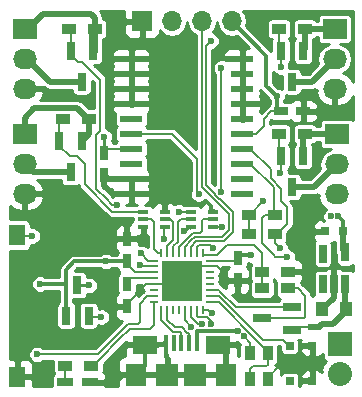
<source format=gbl>
G04 #@! TF.FileFunction,Copper,L2,Bot,Signal*
%FSLAX46Y46*%
G04 Gerber Fmt 4.6, Leading zero omitted, Abs format (unit mm)*
G04 Created by KiCad (PCBNEW 4.0.2+dfsg1-stable) date Fri 12 May 2017 16:51:10 AEST*
%MOMM*%
G01*
G04 APERTURE LIST*
%ADD10C,0.100000*%
%ADD11C,0.600000*%
%ADD12R,0.800000X1.500000*%
%ADD13R,2.032000X1.727200*%
%ADD14O,2.032000X1.727200*%
%ADD15R,2.032000X2.032000*%
%ADD16O,2.032000X2.032000*%
%ADD17R,1.200000X0.900000*%
%ADD18R,1.200000X0.750000*%
%ADD19R,0.750000X1.200000*%
%ADD20R,1.000000X1.250000*%
%ADD21R,0.800000X0.750000*%
%ADD22R,0.900000X1.200000*%
%ADD23R,1.500000X0.800000*%
%ADD24R,0.700000X0.650000*%
%ADD25R,1.400000X1.800000*%
%ADD26R,1.950000X0.600000*%
%ADD27R,0.650000X1.560000*%
%ADD28R,0.250000X0.700000*%
%ADD29R,0.700000X0.250000*%
%ADD30R,1.725000X1.725000*%
%ADD31R,1.900000X1.900000*%
%ADD32R,1.800000X1.900000*%
%ADD33R,0.400000X1.350000*%
%ADD34R,2.100000X1.600000*%
%ADD35R,1.700000X1.700000*%
%ADD36O,1.700000X1.700000*%
%ADD37R,0.900000X0.300000*%
%ADD38R,1.397000X0.797560*%
%ADD39C,0.203200*%
%ADD40C,0.508000*%
%ADD41C,0.304800*%
%ADD42C,0.635000*%
%ADD43C,0.762000*%
%ADD44C,0.254000*%
%ADD45C,0.152400*%
G04 APERTURE END LIST*
D10*
D11*
X203174600Y-118567200D03*
X204774800Y-116814600D03*
X200507600Y-118440200D03*
X198399400Y-126263400D03*
X192074800Y-125349000D03*
X212013800Y-100660200D03*
X207949800Y-97409000D03*
X192735200Y-111810800D03*
X190373000Y-116001800D03*
X192709800Y-116230400D03*
X192455800Y-120726200D03*
X195148200Y-122834400D03*
X197408800Y-113258600D03*
X204597000Y-104394000D03*
X202717400Y-107213400D03*
X214096600Y-111201200D03*
X214299800Y-113639600D03*
X214630000Y-115316000D03*
X213207600Y-124536200D03*
X214985600Y-124510800D03*
X200787000Y-114046000D03*
D12*
X196149000Y-120553000D03*
X194249000Y-120553000D03*
X195199000Y-117953000D03*
D11*
X193167000Y-109474000D03*
X202692000Y-103886000D03*
X203327000Y-98806000D03*
X203581000Y-100711000D03*
X206756000Y-107289600D03*
X211074000Y-95504000D03*
X200914000Y-123088400D03*
X204266800Y-113385600D03*
X202819000Y-109347000D03*
D13*
X190754000Y-105156000D03*
D14*
X190754000Y-107696000D03*
X190754000Y-110236000D03*
D15*
X217424000Y-122936000D03*
D16*
X217424000Y-125476000D03*
D13*
X216990000Y-96266000D03*
D14*
X216990000Y-98806000D03*
X216990000Y-101346000D03*
D13*
X217170000Y-105156000D03*
D14*
X217170000Y-107696000D03*
X217170000Y-110236000D03*
D13*
X190754000Y-96266000D03*
D14*
X190754000Y-98806000D03*
X190754000Y-101346000D03*
D17*
X196680000Y-96266000D03*
X194480000Y-96266000D03*
X196215000Y-103886000D03*
X194015000Y-103886000D03*
X214460000Y-105156000D03*
X212260000Y-105156000D03*
X214460000Y-96266000D03*
X212260000Y-96266000D03*
D18*
X214310000Y-103251000D03*
X212410000Y-103251000D03*
D19*
X197485000Y-108646000D03*
X197485000Y-106746000D03*
X208788000Y-115636000D03*
X208788000Y-117536000D03*
X199390000Y-114051000D03*
X199390000Y-115951000D03*
D20*
X217940231Y-120015000D03*
X215940231Y-120015000D03*
D19*
X199390000Y-119756000D03*
X199390000Y-117856000D03*
D21*
X217666000Y-113411000D03*
X216166000Y-113411000D03*
D17*
X209720000Y-113665000D03*
X211920000Y-113665000D03*
X209720000Y-112014000D03*
X211920000Y-112014000D03*
X213063000Y-118237000D03*
X210863000Y-118237000D03*
X210863000Y-116840000D03*
X213063000Y-116840000D03*
D22*
X209804000Y-123741000D03*
X209804000Y-125941000D03*
X211328000Y-123741000D03*
X211328000Y-125941000D03*
D17*
X196390000Y-124770000D03*
X194190000Y-124770000D03*
D11*
X194691000Y-112522000D03*
D12*
X194630000Y-98141000D03*
X196530000Y-98141000D03*
X195580000Y-100741000D03*
X193680000Y-105791000D03*
X195580000Y-105791000D03*
X194630000Y-108391000D03*
X212410000Y-98141000D03*
X214310000Y-98141000D03*
X213360000Y-100741000D03*
X212410000Y-107061000D03*
X214310000Y-107061000D03*
X213360000Y-109661000D03*
D23*
X213390000Y-119827000D03*
X213390000Y-121727000D03*
X210790000Y-120777000D03*
D24*
X213172000Y-123112000D03*
X215072000Y-123112000D03*
X215072000Y-126062000D03*
X213172000Y-126062000D03*
D25*
X190119000Y-125730000D03*
X190119000Y-113730000D03*
D26*
X199770000Y-110236000D03*
X199770000Y-108966000D03*
X199770000Y-107696000D03*
X199770000Y-106426000D03*
X199770000Y-105156000D03*
X199770000Y-103886000D03*
X199770000Y-102616000D03*
X199770000Y-101346000D03*
X199770000Y-100076000D03*
X199770000Y-98806000D03*
X209170000Y-98806000D03*
X209170000Y-100076000D03*
X209170000Y-101346000D03*
X209170000Y-102616000D03*
X209170000Y-103886000D03*
X209170000Y-105156000D03*
X209170000Y-106426000D03*
X209170000Y-107696000D03*
X209170000Y-108966000D03*
X209170000Y-110236000D03*
D27*
X217866000Y-117886511D03*
X216916000Y-117886511D03*
X215966000Y-117886511D03*
X215966000Y-115286511D03*
X217866000Y-115186511D03*
D28*
X202312500Y-115228500D03*
X202812500Y-115228500D03*
X203312500Y-115228500D03*
X203812500Y-115228500D03*
X204312500Y-115228500D03*
X204812500Y-115228500D03*
X205312500Y-115228500D03*
X205812500Y-115228500D03*
D29*
X206462500Y-115878500D03*
X206462500Y-116378500D03*
X206462500Y-116878500D03*
X206462500Y-117378500D03*
X206462500Y-117878500D03*
X206462500Y-118378500D03*
X206462500Y-118878500D03*
X206462500Y-119378500D03*
D28*
X205812500Y-120028500D03*
X205312500Y-120028500D03*
X204812500Y-120028500D03*
X204312500Y-120028500D03*
X203812500Y-120028500D03*
X203312500Y-120028500D03*
X202812500Y-120028500D03*
X202312500Y-120028500D03*
D29*
X201662500Y-119378500D03*
X201662500Y-118878500D03*
X201662500Y-118378500D03*
X201662500Y-117878500D03*
X201662500Y-117378500D03*
X201662500Y-116878500D03*
X201662500Y-116378500D03*
X201662500Y-115878500D03*
D30*
X204925000Y-118491000D03*
X203200000Y-118491000D03*
X204925000Y-116766000D03*
X203200000Y-116766000D03*
D31*
X205200000Y-125550000D03*
X202800000Y-125550000D03*
D32*
X207800000Y-125550000D03*
X200200000Y-125550000D03*
D33*
X202700000Y-122875000D03*
X205300000Y-122875000D03*
X203350000Y-122875000D03*
X204650000Y-122875000D03*
X204000000Y-122875000D03*
D34*
X200900000Y-123000000D03*
X207100000Y-123000000D03*
D35*
X200672700Y-95631000D03*
D36*
X203212700Y-95631000D03*
X205752700Y-95631000D03*
X208292700Y-95631000D03*
D37*
X202576000Y-112395000D03*
X200776000Y-112395000D03*
X200776000Y-111745000D03*
X202576000Y-111745000D03*
X200776000Y-113045000D03*
X202576000Y-113045000D03*
X206640000Y-112395000D03*
X204840000Y-112395000D03*
X204840000Y-111745000D03*
X206640000Y-111745000D03*
X204840000Y-113045000D03*
X206640000Y-113045000D03*
D38*
X194190980Y-126190000D03*
X196289020Y-126190000D03*
D11*
X215011000Y-121539000D03*
X215646000Y-121539000D03*
X202565000Y-114046000D03*
X198577790Y-111140190D03*
X212410000Y-99502000D03*
X207391000Y-99568000D03*
X207401744Y-110098256D03*
X207479900Y-113030000D03*
X212344000Y-108458000D03*
X203835000Y-111760000D03*
X209268800Y-122301000D03*
X208812199Y-121844399D03*
X192024000Y-117856000D03*
X197612000Y-115951000D03*
X212090000Y-101981000D03*
X209931000Y-115443000D03*
X216662000Y-112141000D03*
X217297000Y-112141000D03*
X210947000Y-110871000D03*
X197485000Y-105410000D03*
X196215000Y-117983000D03*
X206502000Y-97282000D03*
X204837882Y-121475622D03*
X197231000Y-120650000D03*
X212344000Y-114808000D03*
X206583138Y-120328650D03*
X212979000Y-115570000D03*
X206502000Y-121239589D03*
X191770000Y-123825000D03*
X200533000Y-116268500D03*
X200596500Y-115255611D03*
X206679800Y-114803229D03*
X205475256Y-110246744D03*
X191389000Y-113792000D03*
X205740000Y-121239589D03*
D39*
X215011000Y-121539000D02*
X213578000Y-121539000D01*
X213578000Y-121539000D02*
X213390000Y-121727000D01*
D40*
X215646000Y-121539000D02*
X215011000Y-121539000D01*
X217940231Y-120015000D02*
X217940231Y-120140000D01*
X217940231Y-120140000D02*
X216841230Y-121239001D01*
X216841230Y-121239001D02*
X215945999Y-121239001D01*
X215945999Y-121239001D02*
X215646000Y-121539000D01*
X217866000Y-117886511D02*
X217866000Y-119940769D01*
X217866000Y-119940769D02*
X217940231Y-120015000D01*
D39*
X211328000Y-125941000D02*
X211328000Y-125791000D01*
X211328000Y-125791000D02*
X212293200Y-124825800D01*
X204940000Y-113045000D02*
X204709000Y-113045000D01*
X204709000Y-113045000D02*
X204216000Y-113538000D01*
X201662500Y-117878500D02*
X202587500Y-117878500D01*
X202587500Y-117878500D02*
X203200000Y-118491000D01*
X206462500Y-116378500D02*
X205312500Y-116378500D01*
X205312500Y-116378500D02*
X204925000Y-116766000D01*
X206462500Y-116378500D02*
X207015700Y-116378500D01*
X207015700Y-116378500D02*
X207518000Y-116880800D01*
X201662500Y-117878500D02*
X201042500Y-117878500D01*
X201042500Y-117878500D02*
X199390000Y-119531000D01*
X199390000Y-119531000D02*
X199390000Y-119756000D01*
D40*
X200200000Y-125550000D02*
X199011200Y-125550000D01*
X199011200Y-125550000D02*
X198399400Y-126161800D01*
X207800000Y-125550000D02*
X207800000Y-123700000D01*
X207800000Y-123700000D02*
X207100000Y-123000000D01*
X216916000Y-117886511D02*
X216916000Y-119039231D01*
X216916000Y-119039231D02*
X215940231Y-120015000D01*
X197485000Y-109524800D02*
X198196200Y-110236000D01*
X198196200Y-110236000D02*
X199770000Y-110236000D01*
X197485000Y-108646000D02*
X197485000Y-109524800D01*
X199770000Y-108966000D02*
X197805000Y-108966000D01*
X197805000Y-108966000D02*
X197485000Y-108646000D01*
D41*
X200914000Y-122986800D02*
X200914000Y-124836000D01*
X200914000Y-124836000D02*
X200200000Y-125550000D01*
X206540000Y-111745000D02*
X206540000Y-111290200D01*
X206540000Y-111290200D02*
X206120800Y-110871000D01*
D40*
X190754000Y-96266000D02*
X191008000Y-96266000D01*
X191008000Y-96266000D02*
X192278000Y-94996000D01*
X192278000Y-94996000D02*
X196368000Y-94996000D01*
X196368000Y-94996000D02*
X196680000Y-95308000D01*
X196680000Y-95308000D02*
X196680000Y-96266000D01*
D42*
X196680000Y-96266000D02*
X196530000Y-96266000D01*
X191287400Y-96266000D02*
X191135000Y-96266000D01*
D43*
X196530000Y-98141000D02*
X196530000Y-96416000D01*
X196530000Y-96416000D02*
X196680000Y-96266000D01*
D40*
X190754000Y-98806000D02*
X190906400Y-98806000D01*
X194672000Y-100741000D02*
X195580000Y-100741000D01*
X190906400Y-98806000D02*
X192841400Y-100741000D01*
X192841400Y-100741000D02*
X194672000Y-100741000D01*
X196215000Y-103886000D02*
X196065000Y-103886000D01*
X191559601Y-102978799D02*
X190754000Y-103784400D01*
X190754000Y-103784400D02*
X190754000Y-105156000D01*
X196065000Y-103886000D02*
X195157799Y-102978799D01*
X195157799Y-102978799D02*
X191559601Y-102978799D01*
X196215000Y-103886000D02*
X196215000Y-105156000D01*
X196215000Y-105156000D02*
X195580000Y-105791000D01*
X194630000Y-108391000D02*
X191449000Y-108391000D01*
X191449000Y-108391000D02*
X190754000Y-107696000D01*
X214460000Y-96266000D02*
X214460000Y-97991000D01*
X214460000Y-97991000D02*
X214310000Y-98141000D01*
X214460000Y-96266000D02*
X216990000Y-96266000D01*
X213360000Y-100741000D02*
X215055000Y-100741000D01*
X215055000Y-100741000D02*
X216990000Y-98806000D01*
D39*
X202565000Y-114046000D02*
X202565000Y-113134000D01*
X202565000Y-113134000D02*
X202476000Y-113045000D01*
X197612000Y-110617000D02*
X198135190Y-111140190D01*
X198135190Y-111140190D02*
X198577790Y-111140190D01*
X196773810Y-109778810D02*
X197612000Y-110617000D01*
X197104000Y-104521000D02*
X197104000Y-104902000D01*
X197104000Y-104902000D02*
X196773810Y-105232190D01*
X196773810Y-105232190D02*
X196773810Y-109778810D01*
X194630000Y-98141000D02*
X194630000Y-98491000D01*
X194630000Y-98491000D02*
X195233200Y-99094200D01*
X195233200Y-99094200D02*
X195631842Y-99094200D01*
X195631842Y-99094200D02*
X197119801Y-100582159D01*
X197119801Y-100582159D02*
X197119801Y-104505199D01*
X197119801Y-104505199D02*
X197104000Y-104521000D01*
X194630000Y-98141000D02*
X194630000Y-96416000D01*
X194630000Y-96416000D02*
X194480000Y-96266000D01*
X207401744Y-110098256D02*
X207401744Y-99578744D01*
X207401744Y-99578744D02*
X207391000Y-99568000D01*
X206540000Y-113045000D02*
X207376000Y-113045000D01*
X207376000Y-113045000D02*
X207391000Y-113030000D01*
X212410000Y-98141000D02*
X212410000Y-99502000D01*
X212260000Y-96266000D02*
X212260000Y-97991000D01*
X212260000Y-97991000D02*
X212410000Y-98141000D01*
X200876000Y-111745000D02*
X198165250Y-111745000D01*
X195834000Y-109413750D02*
X195834000Y-107696000D01*
X198165250Y-111745000D02*
X195834000Y-109413750D01*
X195834000Y-107696000D02*
X195199000Y-107061000D01*
X195199000Y-107061000D02*
X194600000Y-107061000D01*
X194600000Y-107061000D02*
X193680000Y-106141000D01*
X193680000Y-106141000D02*
X193680000Y-105791000D01*
X193680000Y-105791000D02*
X193680000Y-104221000D01*
X193680000Y-104221000D02*
X194015000Y-103886000D01*
X212410000Y-108014200D02*
X212410000Y-108392000D01*
X212410000Y-108392000D02*
X212344000Y-108458000D01*
X204940000Y-111745000D02*
X203850000Y-111745000D01*
X203850000Y-111745000D02*
X203835000Y-111760000D01*
X212410000Y-108014200D02*
X212410000Y-107061000D01*
X212260000Y-105156000D02*
X212260000Y-106911000D01*
X212260000Y-106911000D02*
X212410000Y-107061000D01*
X209804000Y-122836200D02*
X209804000Y-123741000D01*
X209268800Y-122301000D02*
X209804000Y-122836200D01*
D41*
X205300000Y-122875000D02*
X205300000Y-121895200D01*
X205300000Y-121895200D02*
X205350801Y-121844399D01*
X205350801Y-121844399D02*
X208812199Y-121844399D01*
X205300000Y-122875000D02*
X205300000Y-122233000D01*
D39*
X204650000Y-121996800D02*
X204502908Y-121996800D01*
X204502908Y-121996800D02*
X204045108Y-121539000D01*
X202812500Y-120897500D02*
X202812500Y-120529500D01*
X202812500Y-120529500D02*
X202812500Y-120028500D01*
X204650000Y-122875000D02*
X204650000Y-121996800D01*
X204045108Y-121539000D02*
X203454000Y-121539000D01*
X203454000Y-121539000D02*
X202812500Y-120897500D01*
X202312500Y-120028500D02*
X202312500Y-120905500D01*
X202312500Y-120905500D02*
X203302199Y-121895199D01*
X203302199Y-121895199D02*
X203898399Y-121895199D01*
X203898399Y-121895199D02*
X204000000Y-121996800D01*
X204000000Y-121996800D02*
X204000000Y-122875000D01*
D40*
X214310000Y-107061000D02*
X214310000Y-105306000D01*
X214310000Y-105306000D02*
X214460000Y-105156000D01*
X217170000Y-105156000D02*
X214460000Y-105156000D01*
X213360000Y-109661000D02*
X215205000Y-109661000D01*
X215205000Y-109661000D02*
X217170000Y-107696000D01*
D41*
X194945000Y-115951000D02*
X197612000Y-115951000D01*
X198120000Y-115951000D02*
X197612000Y-115951000D01*
X194249000Y-116647000D02*
X194249000Y-117856000D01*
X194249000Y-117856000D02*
X194249000Y-120553000D01*
X192024000Y-117856000D02*
X194249000Y-117856000D01*
X194945000Y-115951000D02*
X194249000Y-116647000D01*
X198120000Y-115951000D02*
X199390000Y-115951000D01*
X211201000Y-101092000D02*
X211201000Y-98552000D01*
X211201000Y-98552000D02*
X208280000Y-95631000D01*
X212090000Y-101981000D02*
X211201000Y-101092000D01*
X212090000Y-101981000D02*
X212090000Y-102931000D01*
X212090000Y-102931000D02*
X212410000Y-103251000D01*
X209931000Y-115443000D02*
X208981000Y-115443000D01*
X208981000Y-115443000D02*
X208788000Y-115636000D01*
X217666000Y-113411000D02*
X217666000Y-112510000D01*
X217666000Y-112510000D02*
X217297000Y-112141000D01*
D40*
X217666000Y-113411000D02*
X217666000Y-114986511D01*
X217666000Y-114986511D02*
X217866000Y-115186511D01*
D39*
X206462500Y-115878500D02*
X208545500Y-115878500D01*
X208545500Y-115878500D02*
X208788000Y-115636000D01*
X201662500Y-116878500D02*
X200092500Y-116878500D01*
X200092500Y-116878500D02*
X199390000Y-116176000D01*
X199390000Y-116176000D02*
X199390000Y-115951000D01*
X212185000Y-103251000D02*
X212410000Y-103251000D01*
X211606800Y-103251000D02*
X210990000Y-103867800D01*
X212410000Y-103251000D02*
X211606800Y-103251000D01*
X210990000Y-104514200D02*
X210990000Y-103867800D01*
X210348200Y-105156000D02*
X210990000Y-104514200D01*
X209170000Y-105156000D02*
X210348200Y-105156000D01*
X209720000Y-112014000D02*
X209804000Y-112014000D01*
X209804000Y-112014000D02*
X210947000Y-110871000D01*
X209720000Y-113665000D02*
X209720000Y-112014000D01*
D44*
X197485000Y-105410000D02*
X197485000Y-106746000D01*
X195199000Y-117953000D02*
X196185000Y-117953000D01*
X196185000Y-117953000D02*
X196215000Y-117983000D01*
D39*
X199770000Y-106426000D02*
X197805000Y-106426000D01*
X197805000Y-106426000D02*
X197485000Y-106746000D01*
X201662500Y-117378500D02*
X199420500Y-117378500D01*
X194190980Y-126190000D02*
X194190980Y-124770980D01*
X194190980Y-124770980D02*
X194190000Y-124770000D01*
D45*
X207243365Y-110652257D02*
X207207443Y-110652257D01*
X206847743Y-110292557D02*
X206847743Y-110256635D01*
X207207443Y-110652257D02*
X206847743Y-110292557D01*
D39*
X208389510Y-111798402D02*
X207243365Y-110652257D01*
X208389511Y-113443219D02*
X208389510Y-111798402D01*
X205907597Y-114249219D02*
X207583511Y-114249219D01*
X207583511Y-114249219D02*
X208389511Y-113443219D01*
X206734404Y-110143296D02*
X206847743Y-110256635D01*
X206095610Y-109504502D02*
X206734404Y-110143296D01*
X206095610Y-99314000D02*
X206095610Y-109504502D01*
X206095610Y-99314000D02*
X206095610Y-97688390D01*
X206095610Y-97688390D02*
X206502000Y-97282000D01*
X205282780Y-114249220D02*
X205907597Y-114249219D01*
X204812500Y-114719500D02*
X205282780Y-114249220D01*
X204812500Y-115228500D02*
X204812500Y-114719500D01*
X204312500Y-115228500D02*
X204312500Y-114716592D01*
X204312500Y-114716592D02*
X204856092Y-114173000D01*
X204856092Y-114173000D02*
X204856092Y-114167908D01*
X205752700Y-96833081D02*
X205752700Y-95631000D01*
X204856092Y-114167908D02*
X205130390Y-113893610D01*
X208033901Y-113295921D02*
X208033901Y-111945701D01*
X205740000Y-109651800D02*
X205740000Y-96845781D01*
X205130390Y-113893610D02*
X207436212Y-113893610D01*
X208033901Y-111945701D02*
X205740000Y-109651800D01*
X205740000Y-96845781D02*
X205752700Y-96833081D01*
X207436212Y-113893610D02*
X208033901Y-113295921D01*
X204312500Y-120028500D02*
X204312500Y-120950240D01*
X204312500Y-120950240D02*
X204837882Y-121475622D01*
X197231000Y-120650000D02*
X196246000Y-120650000D01*
X196246000Y-120650000D02*
X196149000Y-120553000D01*
X207316429Y-118522891D02*
X208620538Y-119827000D01*
X208620538Y-119827000D02*
X213390000Y-119827000D01*
X207151500Y-118378500D02*
X207295890Y-118522890D01*
X207295890Y-118522890D02*
X207316429Y-118522891D01*
X206462500Y-118378500D02*
X207151500Y-118378500D01*
X210790000Y-120777000D02*
X214376000Y-120777000D01*
X214376000Y-120777000D02*
X214503000Y-120650000D01*
X214503000Y-120650000D02*
X214503000Y-118873800D01*
X214503000Y-118873800D02*
X213866200Y-118237000D01*
X213866200Y-118237000D02*
X213063000Y-118237000D01*
X211920000Y-113665000D02*
X211920000Y-114384000D01*
X211920000Y-114384000D02*
X212344000Y-114808000D01*
X209170000Y-106426000D02*
X209845000Y-106426000D01*
X209845000Y-106426000D02*
X211582000Y-108163000D01*
X211582000Y-108163000D02*
X211582000Y-108930092D01*
X211582000Y-108930092D02*
X212471000Y-109819092D01*
X212471000Y-109819092D02*
X212471000Y-110871000D01*
X212471000Y-110871000D02*
X212979000Y-111379000D01*
X212979000Y-112756000D02*
X212070000Y-113665000D01*
X212979000Y-111379000D02*
X212979000Y-112756000D01*
X212070000Y-113665000D02*
X211920000Y-113665000D01*
X206140700Y-120028500D02*
X206282988Y-120028500D01*
X206282988Y-120028500D02*
X206583138Y-120328650D01*
X205812500Y-120028500D02*
X206140700Y-120028500D01*
X206140700Y-120028500D02*
X206154200Y-120015000D01*
X211836000Y-115443000D02*
X211963000Y-115570000D01*
X211963000Y-115570000D02*
X212979000Y-115570000D01*
X210820000Y-114427000D02*
X211836000Y-115443000D01*
X210820000Y-112310800D02*
X210820000Y-114427000D01*
X211920000Y-112014000D02*
X211116800Y-112014000D01*
X211116800Y-112014000D02*
X210820000Y-112310800D01*
X209170000Y-107696000D02*
X209845000Y-107696000D01*
X209845000Y-107696000D02*
X211836000Y-109687000D01*
X211836000Y-109687000D02*
X211836000Y-111360800D01*
X211836000Y-111360800D02*
X211836000Y-112014000D01*
X206154301Y-120683301D02*
X206502000Y-121031000D01*
X206502000Y-121031000D02*
X206502000Y-121239589D01*
X205414101Y-120683301D02*
X206154301Y-120683301D01*
X205312500Y-120028500D02*
X205312500Y-120581700D01*
X205312500Y-120581700D02*
X205414101Y-120683301D01*
X205812500Y-115228500D02*
X205812500Y-115236100D01*
X205812500Y-115236100D02*
X205943200Y-115366800D01*
X205943200Y-115366800D02*
X207035400Y-115366800D01*
X207035400Y-115366800D02*
X207848200Y-114554000D01*
X207848200Y-114554000D02*
X210185000Y-114554000D01*
X210185000Y-114554000D02*
X210863000Y-115232000D01*
X210863000Y-115232000D02*
X210863000Y-116840000D01*
X210863000Y-118237000D02*
X210863000Y-116840000D01*
X210674800Y-122917800D02*
X210439000Y-122682000D01*
X210439000Y-122682000D02*
X210439000Y-122651278D01*
X210439000Y-122651278D02*
X207166222Y-119378500D01*
X210674800Y-122937800D02*
X210674800Y-122917800D01*
X206462500Y-119378500D02*
X207166222Y-119378500D01*
X210674800Y-122937800D02*
X211328000Y-123591000D01*
X211328000Y-123591000D02*
X211328000Y-123741000D01*
X209804000Y-125941000D02*
X209804000Y-125095000D01*
X209804000Y-125095000D02*
X210058000Y-124841000D01*
X211328000Y-124714000D02*
X211328000Y-123741000D01*
X210058000Y-124841000D02*
X211201000Y-124841000D01*
X211201000Y-124841000D02*
X211328000Y-124714000D01*
X201662500Y-119378500D02*
X201662500Y-121362000D01*
X198755000Y-122558250D02*
X197081841Y-124231409D01*
X201662500Y-121362000D02*
X201358500Y-121666000D01*
X201358500Y-121666000D02*
X199644000Y-121666000D01*
X199644000Y-121666000D02*
X198755000Y-122555000D01*
X198755000Y-122555000D02*
X198755000Y-122558250D01*
X197081841Y-124231409D02*
X197078591Y-124231409D01*
X197078591Y-124231409D02*
X196540000Y-124770000D01*
X196540000Y-124770000D02*
X196390000Y-124770000D01*
X196913500Y-123825000D02*
X191770000Y-123825000D01*
X198348591Y-122389909D02*
X196913500Y-123825000D01*
X198942250Y-121793000D02*
X198348591Y-122386659D01*
X198348591Y-122386659D02*
X198348591Y-122389909D01*
X201662500Y-118878500D02*
X201109300Y-118878500D01*
X201109300Y-118878500D02*
X200469500Y-119518300D01*
X200469500Y-121094500D02*
X200304410Y-121259590D01*
X200469500Y-119518300D02*
X200469500Y-121094500D01*
X200304410Y-121259590D02*
X199475659Y-121259591D01*
X199475659Y-121259591D02*
X198942250Y-121793000D01*
X201662500Y-116378500D02*
X200643000Y-116378500D01*
X200643000Y-116378500D02*
X200533000Y-116268500D01*
X201662500Y-115878500D02*
X201219389Y-115878500D01*
X201219389Y-115878500D02*
X200596500Y-115255611D01*
D45*
X205460573Y-114579427D02*
X206455998Y-114579427D01*
X206455998Y-114579427D02*
X206679800Y-114803229D01*
X205312500Y-115228500D02*
X205312500Y-114727500D01*
X205312500Y-114727500D02*
X205460573Y-114579427D01*
D39*
X205475256Y-110246744D02*
X205359000Y-110130488D01*
X205359000Y-110130488D02*
X205359000Y-107315000D01*
X205359000Y-107315000D02*
X203200000Y-105156000D01*
X203200000Y-105156000D02*
X199770000Y-105156000D01*
X205475256Y-110246744D02*
X205486000Y-110236000D01*
X203708000Y-112649000D02*
X203962000Y-112395000D01*
X203962000Y-112395000D02*
X204940000Y-112395000D01*
X203708000Y-114282708D02*
X203708000Y-112649000D01*
X203312500Y-115228500D02*
X203312500Y-114678208D01*
X203312500Y-114678208D02*
X203708000Y-114282708D01*
X202312500Y-115228500D02*
X201984300Y-115228500D01*
X201429200Y-112395000D02*
X200876000Y-112395000D01*
X201984300Y-115228500D02*
X201676000Y-114920200D01*
X201676000Y-114920200D02*
X201676000Y-112641800D01*
X201676000Y-112641800D02*
X201429200Y-112395000D01*
X203812500Y-115228500D02*
X203812500Y-114703500D01*
X203812500Y-114703500D02*
X204978000Y-113538000D01*
X204978000Y-113538000D02*
X205613000Y-113538000D01*
X205613000Y-113538000D02*
X205740000Y-113411000D01*
X205740000Y-113411000D02*
X205740000Y-112522000D01*
X205740000Y-112522000D02*
X205867000Y-112395000D01*
X205867000Y-112395000D02*
X206540000Y-112395000D01*
X203327000Y-112649000D02*
X203073000Y-112395000D01*
X203073000Y-112395000D02*
X202476000Y-112395000D01*
X203327000Y-114160800D02*
X203327000Y-112649000D01*
X202812500Y-115228500D02*
X202812500Y-114675300D01*
X202812500Y-114675300D02*
X203327000Y-114160800D01*
X206462500Y-118878500D02*
X207169130Y-118878500D01*
X207169130Y-118878500D02*
X210874430Y-122583800D01*
X210874430Y-122583800D02*
X212618800Y-122583800D01*
X213147000Y-123112000D02*
X213172000Y-123112000D01*
X212618800Y-122583800D02*
X213147000Y-123112000D01*
X191389000Y-113792000D02*
X190181000Y-113792000D01*
X190181000Y-113792000D02*
X190119000Y-113730000D01*
X205245761Y-121089711D02*
X205395639Y-121239589D01*
X205395639Y-121239589D02*
X205740000Y-121239589D01*
X204812500Y-120028500D02*
X204812500Y-120656450D01*
X204812500Y-120656450D02*
X205245761Y-121089711D01*
D44*
G36*
X202709741Y-123550000D02*
X202739850Y-123710015D01*
X202800000Y-123803491D01*
X202800000Y-124026250D01*
X202927000Y-124153250D01*
X202927000Y-125423000D01*
X205073000Y-125423000D01*
X205073000Y-125403000D01*
X205327000Y-125403000D01*
X205327000Y-125423000D01*
X207673000Y-125423000D01*
X207673000Y-125403000D01*
X207927000Y-125403000D01*
X207927000Y-125423000D01*
X207947000Y-125423000D01*
X207947000Y-125677000D01*
X207927000Y-125677000D01*
X207927000Y-125697000D01*
X207673000Y-125697000D01*
X207673000Y-125677000D01*
X205327000Y-125677000D01*
X205327000Y-125697000D01*
X205073000Y-125697000D01*
X205073000Y-125677000D01*
X202927000Y-125677000D01*
X202927000Y-125697000D01*
X202673000Y-125697000D01*
X202673000Y-125677000D01*
X200327000Y-125677000D01*
X200327000Y-125697000D01*
X200073000Y-125697000D01*
X200073000Y-125677000D01*
X198823750Y-125677000D01*
X198665000Y-125835750D01*
X198665000Y-126493200D01*
X197622520Y-126493200D01*
X197622520Y-126475750D01*
X197463770Y-126317000D01*
X196416020Y-126317000D01*
X196416020Y-126337000D01*
X196162020Y-126337000D01*
X196162020Y-126317000D01*
X196142020Y-126317000D01*
X196142020Y-126063000D01*
X196162020Y-126063000D01*
X196162020Y-126043000D01*
X196416020Y-126043000D01*
X196416020Y-126063000D01*
X197463770Y-126063000D01*
X197622520Y-125904250D01*
X197622520Y-125664910D01*
X197525847Y-125431521D01*
X197410736Y-125316410D01*
X197430259Y-125220000D01*
X197430259Y-124634083D01*
X197449218Y-124615124D01*
X197459012Y-124608580D01*
X197593902Y-124473690D01*
X198665000Y-124473690D01*
X198665000Y-125264250D01*
X198823750Y-125423000D01*
X200073000Y-125423000D01*
X200073000Y-125403000D01*
X200327000Y-125403000D01*
X200327000Y-125423000D01*
X202673000Y-125423000D01*
X202673000Y-124123750D01*
X202587750Y-124038500D01*
X202600000Y-124026250D01*
X202600000Y-123002000D01*
X202023750Y-123002000D01*
X201898750Y-123127000D01*
X201027000Y-123127000D01*
X201027000Y-123147000D01*
X200773000Y-123147000D01*
X200773000Y-123127000D01*
X199373750Y-123127000D01*
X199215000Y-123285750D01*
X199215000Y-123926310D01*
X199231026Y-123965000D01*
X199173691Y-123965000D01*
X198940302Y-124061673D01*
X198761673Y-124240301D01*
X198665000Y-124473690D01*
X197593902Y-124473690D01*
X199132171Y-122935421D01*
X199138715Y-122925627D01*
X199282546Y-122781796D01*
X199373750Y-122873000D01*
X200773000Y-122873000D01*
X200773000Y-122853000D01*
X201027000Y-122853000D01*
X201027000Y-122873000D01*
X202426250Y-122873000D01*
X202551250Y-122748000D01*
X202600000Y-122748000D01*
X202600000Y-122728000D01*
X202709741Y-122728000D01*
X202709741Y-123550000D01*
X202709741Y-123550000D01*
G37*
X202709741Y-123550000D02*
X202739850Y-123710015D01*
X202800000Y-123803491D01*
X202800000Y-124026250D01*
X202927000Y-124153250D01*
X202927000Y-125423000D01*
X205073000Y-125423000D01*
X205073000Y-125403000D01*
X205327000Y-125403000D01*
X205327000Y-125423000D01*
X207673000Y-125423000D01*
X207673000Y-125403000D01*
X207927000Y-125403000D01*
X207927000Y-125423000D01*
X207947000Y-125423000D01*
X207947000Y-125677000D01*
X207927000Y-125677000D01*
X207927000Y-125697000D01*
X207673000Y-125697000D01*
X207673000Y-125677000D01*
X205327000Y-125677000D01*
X205327000Y-125697000D01*
X205073000Y-125697000D01*
X205073000Y-125677000D01*
X202927000Y-125677000D01*
X202927000Y-125697000D01*
X202673000Y-125697000D01*
X202673000Y-125677000D01*
X200327000Y-125677000D01*
X200327000Y-125697000D01*
X200073000Y-125697000D01*
X200073000Y-125677000D01*
X198823750Y-125677000D01*
X198665000Y-125835750D01*
X198665000Y-126493200D01*
X197622520Y-126493200D01*
X197622520Y-126475750D01*
X197463770Y-126317000D01*
X196416020Y-126317000D01*
X196416020Y-126337000D01*
X196162020Y-126337000D01*
X196162020Y-126317000D01*
X196142020Y-126317000D01*
X196142020Y-126063000D01*
X196162020Y-126063000D01*
X196162020Y-126043000D01*
X196416020Y-126043000D01*
X196416020Y-126063000D01*
X197463770Y-126063000D01*
X197622520Y-125904250D01*
X197622520Y-125664910D01*
X197525847Y-125431521D01*
X197410736Y-125316410D01*
X197430259Y-125220000D01*
X197430259Y-124634083D01*
X197449218Y-124615124D01*
X197459012Y-124608580D01*
X197593902Y-124473690D01*
X198665000Y-124473690D01*
X198665000Y-125264250D01*
X198823750Y-125423000D01*
X200073000Y-125423000D01*
X200073000Y-125403000D01*
X200327000Y-125403000D01*
X200327000Y-125423000D01*
X202673000Y-125423000D01*
X202673000Y-124123750D01*
X202587750Y-124038500D01*
X202600000Y-124026250D01*
X202600000Y-123002000D01*
X202023750Y-123002000D01*
X201898750Y-123127000D01*
X201027000Y-123127000D01*
X201027000Y-123147000D01*
X200773000Y-123147000D01*
X200773000Y-123127000D01*
X199373750Y-123127000D01*
X199215000Y-123285750D01*
X199215000Y-123926310D01*
X199231026Y-123965000D01*
X199173691Y-123965000D01*
X198940302Y-124061673D01*
X198761673Y-124240301D01*
X198665000Y-124473690D01*
X197593902Y-124473690D01*
X199132171Y-122935421D01*
X199138715Y-122925627D01*
X199282546Y-122781796D01*
X199373750Y-122873000D01*
X200773000Y-122873000D01*
X200773000Y-122853000D01*
X201027000Y-122853000D01*
X201027000Y-122873000D01*
X202426250Y-122873000D01*
X202551250Y-122748000D01*
X202600000Y-122748000D01*
X202600000Y-122728000D01*
X202709741Y-122728000D01*
X202709741Y-123550000D01*
G36*
X193789741Y-109141000D02*
X193819850Y-109301015D01*
X193914419Y-109447980D01*
X194058715Y-109546573D01*
X194230000Y-109581259D01*
X195030000Y-109581259D01*
X195190015Y-109551150D01*
X195312281Y-109472474D01*
X195341203Y-109617873D01*
X195456829Y-109790921D01*
X197788077Y-112122168D01*
X197788079Y-112122171D01*
X197890906Y-112190877D01*
X197961126Y-112237797D01*
X198165250Y-112278400D01*
X199885741Y-112278400D01*
X199885741Y-112437233D01*
X199787673Y-112535302D01*
X199691000Y-112768691D01*
X199691000Y-112811250D01*
X199695750Y-112816000D01*
X199675750Y-112816000D01*
X199517000Y-112974750D01*
X199517000Y-113924000D01*
X200241250Y-113924000D01*
X200335250Y-113830000D01*
X200490250Y-113830000D01*
X200649000Y-113671250D01*
X200649000Y-113120000D01*
X200629000Y-113120000D01*
X200629000Y-112985259D01*
X200923000Y-112985259D01*
X200923000Y-113120000D01*
X200903000Y-113120000D01*
X200903000Y-113671250D01*
X201061750Y-113830000D01*
X201142600Y-113830000D01*
X201142600Y-114766839D01*
X201011573Y-114635583D01*
X200742703Y-114523938D01*
X200451575Y-114523684D01*
X200400000Y-114544994D01*
X200400000Y-114336750D01*
X200241250Y-114178000D01*
X199517000Y-114178000D01*
X199517000Y-114198000D01*
X199263000Y-114198000D01*
X199263000Y-114178000D01*
X198538750Y-114178000D01*
X198380000Y-114336750D01*
X198380000Y-114777309D01*
X198476673Y-115010698D01*
X198624146Y-115158172D01*
X198609427Y-115179715D01*
X198574741Y-115351000D01*
X198574741Y-115366800D01*
X198062839Y-115366800D01*
X198027073Y-115330972D01*
X197758203Y-115219327D01*
X197467075Y-115219073D01*
X197198010Y-115330248D01*
X197161394Y-115366800D01*
X194945005Y-115366800D01*
X194945000Y-115366799D01*
X194721437Y-115411269D01*
X194531908Y-115537908D01*
X193835908Y-116233908D01*
X193709270Y-116423436D01*
X193664800Y-116647000D01*
X193664800Y-117271800D01*
X192474839Y-117271800D01*
X192439073Y-117235972D01*
X192170203Y-117124327D01*
X191879075Y-117124073D01*
X191610010Y-117235248D01*
X191403972Y-117440927D01*
X191292327Y-117709797D01*
X191292073Y-118000925D01*
X191403248Y-118269990D01*
X191608927Y-118476028D01*
X191877797Y-118587673D01*
X192168925Y-118587927D01*
X192437990Y-118476752D01*
X192474606Y-118440200D01*
X193664800Y-118440200D01*
X193664800Y-119408413D01*
X193542020Y-119487419D01*
X193443427Y-119631715D01*
X193408741Y-119803000D01*
X193408741Y-121303000D01*
X193438850Y-121463015D01*
X193533419Y-121609980D01*
X193677715Y-121708573D01*
X193849000Y-121743259D01*
X194649000Y-121743259D01*
X194809015Y-121713150D01*
X194955980Y-121618581D01*
X195054573Y-121474285D01*
X195089259Y-121303000D01*
X195089259Y-119803000D01*
X195308741Y-119803000D01*
X195308741Y-121303000D01*
X195338850Y-121463015D01*
X195433419Y-121609980D01*
X195577715Y-121708573D01*
X195749000Y-121743259D01*
X196549000Y-121743259D01*
X196709015Y-121713150D01*
X196855980Y-121618581D01*
X196954573Y-121474285D01*
X196981974Y-121338977D01*
X197084797Y-121381673D01*
X197375925Y-121381927D01*
X197644990Y-121270752D01*
X197851028Y-121065073D01*
X197962673Y-120796203D01*
X197962927Y-120505075D01*
X197851752Y-120236010D01*
X197646073Y-120029972D01*
X197377203Y-119918327D01*
X197086075Y-119918073D01*
X196989259Y-119958076D01*
X196989259Y-119803000D01*
X196959150Y-119642985D01*
X196864581Y-119496020D01*
X196720285Y-119397427D01*
X196549000Y-119362741D01*
X195749000Y-119362741D01*
X195588985Y-119392850D01*
X195442020Y-119487419D01*
X195343427Y-119631715D01*
X195308741Y-119803000D01*
X195089259Y-119803000D01*
X195059150Y-119642985D01*
X194964581Y-119496020D01*
X194833200Y-119406251D01*
X194833200Y-119143259D01*
X195599000Y-119143259D01*
X195759015Y-119113150D01*
X195905980Y-119018581D01*
X196004573Y-118874285D01*
X196039259Y-118703000D01*
X196039259Y-118702408D01*
X196068797Y-118714673D01*
X196359925Y-118714927D01*
X196628990Y-118603752D01*
X196835028Y-118398073D01*
X196946673Y-118129203D01*
X196946927Y-117838075D01*
X196835752Y-117569010D01*
X196630073Y-117362972D01*
X196361203Y-117251327D01*
X196070075Y-117251073D01*
X196039259Y-117263806D01*
X196039259Y-117203000D01*
X196009150Y-117042985D01*
X195914581Y-116896020D01*
X195770285Y-116797427D01*
X195599000Y-116762741D01*
X194959443Y-116762741D01*
X195186984Y-116535200D01*
X197161161Y-116535200D01*
X197196927Y-116571028D01*
X197465797Y-116682673D01*
X197756925Y-116682927D01*
X198025990Y-116571752D01*
X198062606Y-116535200D01*
X198574741Y-116535200D01*
X198574741Y-116551000D01*
X198604850Y-116711015D01*
X198699419Y-116857980D01*
X198765727Y-116903286D01*
X198708020Y-116940419D01*
X198609427Y-117084715D01*
X198574741Y-117256000D01*
X198574741Y-118456000D01*
X198604850Y-118616015D01*
X198625253Y-118647722D01*
X198476673Y-118796302D01*
X198380000Y-119029691D01*
X198380000Y-119470250D01*
X198538750Y-119629000D01*
X199263000Y-119629000D01*
X199263000Y-119609000D01*
X199517000Y-119609000D01*
X199517000Y-119629000D01*
X199537000Y-119629000D01*
X199537000Y-119883000D01*
X199517000Y-119883000D01*
X199517000Y-119903000D01*
X199263000Y-119903000D01*
X199263000Y-119883000D01*
X198538750Y-119883000D01*
X198380000Y-120041750D01*
X198380000Y-120482309D01*
X198476673Y-120715698D01*
X198655301Y-120894327D01*
X198888690Y-120991000D01*
X198989908Y-120991000D01*
X198565079Y-121415829D01*
X198565077Y-121415832D01*
X197971420Y-122009488D01*
X197964876Y-122019282D01*
X196692558Y-123291600D01*
X192271550Y-123291600D01*
X192185073Y-123204972D01*
X191916203Y-123093327D01*
X191625075Y-123093073D01*
X191356010Y-123204248D01*
X191149972Y-123409927D01*
X191038327Y-123678797D01*
X191038073Y-123969925D01*
X191149248Y-124238990D01*
X191354927Y-124445028D01*
X191623797Y-124556673D01*
X191914925Y-124556927D01*
X192183990Y-124445752D01*
X192271494Y-124358400D01*
X193149741Y-124358400D01*
X193149741Y-125220000D01*
X193179850Y-125380015D01*
X193225019Y-125450209D01*
X193185500Y-125475639D01*
X193086907Y-125619935D01*
X193052221Y-125791220D01*
X193052221Y-126493200D01*
X191454000Y-126493200D01*
X191454000Y-126015750D01*
X191295250Y-125857000D01*
X190246000Y-125857000D01*
X190246000Y-125877000D01*
X189992000Y-125877000D01*
X189992000Y-125857000D01*
X189972000Y-125857000D01*
X189972000Y-125603000D01*
X189992000Y-125603000D01*
X189992000Y-124353750D01*
X190246000Y-124353750D01*
X190246000Y-125603000D01*
X191295250Y-125603000D01*
X191454000Y-125444250D01*
X191454000Y-124703691D01*
X191357327Y-124470302D01*
X191178699Y-124291673D01*
X190945310Y-124195000D01*
X190404750Y-124195000D01*
X190246000Y-124353750D01*
X189992000Y-124353750D01*
X189833250Y-124195000D01*
X189506800Y-124195000D01*
X189506800Y-115070259D01*
X190819000Y-115070259D01*
X190979015Y-115040150D01*
X191125980Y-114945581D01*
X191224573Y-114801285D01*
X191259259Y-114630000D01*
X191259259Y-114523687D01*
X191533925Y-114523927D01*
X191802990Y-114412752D01*
X192009028Y-114207073D01*
X192120673Y-113938203D01*
X192120927Y-113647075D01*
X192009752Y-113378010D01*
X191956526Y-113324691D01*
X198380000Y-113324691D01*
X198380000Y-113765250D01*
X198538750Y-113924000D01*
X199263000Y-113924000D01*
X199263000Y-112974750D01*
X199104250Y-112816000D01*
X198888690Y-112816000D01*
X198655301Y-112912673D01*
X198476673Y-113091302D01*
X198380000Y-113324691D01*
X191956526Y-113324691D01*
X191804073Y-113171972D01*
X191535203Y-113060327D01*
X191259259Y-113060086D01*
X191259259Y-112830000D01*
X191229150Y-112669985D01*
X191134581Y-112523020D01*
X190990285Y-112424427D01*
X190819000Y-112389741D01*
X189506800Y-112389741D01*
X189506800Y-111230538D01*
X189839680Y-111527954D01*
X190392087Y-111721184D01*
X190627000Y-111576924D01*
X190627000Y-110363000D01*
X190881000Y-110363000D01*
X190881000Y-111576924D01*
X191115913Y-111721184D01*
X191668320Y-111527954D01*
X192104732Y-111138036D01*
X192358709Y-110610791D01*
X192361358Y-110595026D01*
X192240217Y-110363000D01*
X190881000Y-110363000D01*
X190627000Y-110363000D01*
X190607000Y-110363000D01*
X190607000Y-110109000D01*
X190627000Y-110109000D01*
X190627000Y-110089000D01*
X190881000Y-110089000D01*
X190881000Y-110109000D01*
X192240217Y-110109000D01*
X192361358Y-109876974D01*
X192358709Y-109861209D01*
X192104732Y-109333964D01*
X191816904Y-109076800D01*
X193789741Y-109076800D01*
X193789741Y-109141000D01*
X193789741Y-109141000D01*
G37*
X193789741Y-109141000D02*
X193819850Y-109301015D01*
X193914419Y-109447980D01*
X194058715Y-109546573D01*
X194230000Y-109581259D01*
X195030000Y-109581259D01*
X195190015Y-109551150D01*
X195312281Y-109472474D01*
X195341203Y-109617873D01*
X195456829Y-109790921D01*
X197788077Y-112122168D01*
X197788079Y-112122171D01*
X197890906Y-112190877D01*
X197961126Y-112237797D01*
X198165250Y-112278400D01*
X199885741Y-112278400D01*
X199885741Y-112437233D01*
X199787673Y-112535302D01*
X199691000Y-112768691D01*
X199691000Y-112811250D01*
X199695750Y-112816000D01*
X199675750Y-112816000D01*
X199517000Y-112974750D01*
X199517000Y-113924000D01*
X200241250Y-113924000D01*
X200335250Y-113830000D01*
X200490250Y-113830000D01*
X200649000Y-113671250D01*
X200649000Y-113120000D01*
X200629000Y-113120000D01*
X200629000Y-112985259D01*
X200923000Y-112985259D01*
X200923000Y-113120000D01*
X200903000Y-113120000D01*
X200903000Y-113671250D01*
X201061750Y-113830000D01*
X201142600Y-113830000D01*
X201142600Y-114766839D01*
X201011573Y-114635583D01*
X200742703Y-114523938D01*
X200451575Y-114523684D01*
X200400000Y-114544994D01*
X200400000Y-114336750D01*
X200241250Y-114178000D01*
X199517000Y-114178000D01*
X199517000Y-114198000D01*
X199263000Y-114198000D01*
X199263000Y-114178000D01*
X198538750Y-114178000D01*
X198380000Y-114336750D01*
X198380000Y-114777309D01*
X198476673Y-115010698D01*
X198624146Y-115158172D01*
X198609427Y-115179715D01*
X198574741Y-115351000D01*
X198574741Y-115366800D01*
X198062839Y-115366800D01*
X198027073Y-115330972D01*
X197758203Y-115219327D01*
X197467075Y-115219073D01*
X197198010Y-115330248D01*
X197161394Y-115366800D01*
X194945005Y-115366800D01*
X194945000Y-115366799D01*
X194721437Y-115411269D01*
X194531908Y-115537908D01*
X193835908Y-116233908D01*
X193709270Y-116423436D01*
X193664800Y-116647000D01*
X193664800Y-117271800D01*
X192474839Y-117271800D01*
X192439073Y-117235972D01*
X192170203Y-117124327D01*
X191879075Y-117124073D01*
X191610010Y-117235248D01*
X191403972Y-117440927D01*
X191292327Y-117709797D01*
X191292073Y-118000925D01*
X191403248Y-118269990D01*
X191608927Y-118476028D01*
X191877797Y-118587673D01*
X192168925Y-118587927D01*
X192437990Y-118476752D01*
X192474606Y-118440200D01*
X193664800Y-118440200D01*
X193664800Y-119408413D01*
X193542020Y-119487419D01*
X193443427Y-119631715D01*
X193408741Y-119803000D01*
X193408741Y-121303000D01*
X193438850Y-121463015D01*
X193533419Y-121609980D01*
X193677715Y-121708573D01*
X193849000Y-121743259D01*
X194649000Y-121743259D01*
X194809015Y-121713150D01*
X194955980Y-121618581D01*
X195054573Y-121474285D01*
X195089259Y-121303000D01*
X195089259Y-119803000D01*
X195308741Y-119803000D01*
X195308741Y-121303000D01*
X195338850Y-121463015D01*
X195433419Y-121609980D01*
X195577715Y-121708573D01*
X195749000Y-121743259D01*
X196549000Y-121743259D01*
X196709015Y-121713150D01*
X196855980Y-121618581D01*
X196954573Y-121474285D01*
X196981974Y-121338977D01*
X197084797Y-121381673D01*
X197375925Y-121381927D01*
X197644990Y-121270752D01*
X197851028Y-121065073D01*
X197962673Y-120796203D01*
X197962927Y-120505075D01*
X197851752Y-120236010D01*
X197646073Y-120029972D01*
X197377203Y-119918327D01*
X197086075Y-119918073D01*
X196989259Y-119958076D01*
X196989259Y-119803000D01*
X196959150Y-119642985D01*
X196864581Y-119496020D01*
X196720285Y-119397427D01*
X196549000Y-119362741D01*
X195749000Y-119362741D01*
X195588985Y-119392850D01*
X195442020Y-119487419D01*
X195343427Y-119631715D01*
X195308741Y-119803000D01*
X195089259Y-119803000D01*
X195059150Y-119642985D01*
X194964581Y-119496020D01*
X194833200Y-119406251D01*
X194833200Y-119143259D01*
X195599000Y-119143259D01*
X195759015Y-119113150D01*
X195905980Y-119018581D01*
X196004573Y-118874285D01*
X196039259Y-118703000D01*
X196039259Y-118702408D01*
X196068797Y-118714673D01*
X196359925Y-118714927D01*
X196628990Y-118603752D01*
X196835028Y-118398073D01*
X196946673Y-118129203D01*
X196946927Y-117838075D01*
X196835752Y-117569010D01*
X196630073Y-117362972D01*
X196361203Y-117251327D01*
X196070075Y-117251073D01*
X196039259Y-117263806D01*
X196039259Y-117203000D01*
X196009150Y-117042985D01*
X195914581Y-116896020D01*
X195770285Y-116797427D01*
X195599000Y-116762741D01*
X194959443Y-116762741D01*
X195186984Y-116535200D01*
X197161161Y-116535200D01*
X197196927Y-116571028D01*
X197465797Y-116682673D01*
X197756925Y-116682927D01*
X198025990Y-116571752D01*
X198062606Y-116535200D01*
X198574741Y-116535200D01*
X198574741Y-116551000D01*
X198604850Y-116711015D01*
X198699419Y-116857980D01*
X198765727Y-116903286D01*
X198708020Y-116940419D01*
X198609427Y-117084715D01*
X198574741Y-117256000D01*
X198574741Y-118456000D01*
X198604850Y-118616015D01*
X198625253Y-118647722D01*
X198476673Y-118796302D01*
X198380000Y-119029691D01*
X198380000Y-119470250D01*
X198538750Y-119629000D01*
X199263000Y-119629000D01*
X199263000Y-119609000D01*
X199517000Y-119609000D01*
X199517000Y-119629000D01*
X199537000Y-119629000D01*
X199537000Y-119883000D01*
X199517000Y-119883000D01*
X199517000Y-119903000D01*
X199263000Y-119903000D01*
X199263000Y-119883000D01*
X198538750Y-119883000D01*
X198380000Y-120041750D01*
X198380000Y-120482309D01*
X198476673Y-120715698D01*
X198655301Y-120894327D01*
X198888690Y-120991000D01*
X198989908Y-120991000D01*
X198565079Y-121415829D01*
X198565077Y-121415832D01*
X197971420Y-122009488D01*
X197964876Y-122019282D01*
X196692558Y-123291600D01*
X192271550Y-123291600D01*
X192185073Y-123204972D01*
X191916203Y-123093327D01*
X191625075Y-123093073D01*
X191356010Y-123204248D01*
X191149972Y-123409927D01*
X191038327Y-123678797D01*
X191038073Y-123969925D01*
X191149248Y-124238990D01*
X191354927Y-124445028D01*
X191623797Y-124556673D01*
X191914925Y-124556927D01*
X192183990Y-124445752D01*
X192271494Y-124358400D01*
X193149741Y-124358400D01*
X193149741Y-125220000D01*
X193179850Y-125380015D01*
X193225019Y-125450209D01*
X193185500Y-125475639D01*
X193086907Y-125619935D01*
X193052221Y-125791220D01*
X193052221Y-126493200D01*
X191454000Y-126493200D01*
X191454000Y-126015750D01*
X191295250Y-125857000D01*
X190246000Y-125857000D01*
X190246000Y-125877000D01*
X189992000Y-125877000D01*
X189992000Y-125857000D01*
X189972000Y-125857000D01*
X189972000Y-125603000D01*
X189992000Y-125603000D01*
X189992000Y-124353750D01*
X190246000Y-124353750D01*
X190246000Y-125603000D01*
X191295250Y-125603000D01*
X191454000Y-125444250D01*
X191454000Y-124703691D01*
X191357327Y-124470302D01*
X191178699Y-124291673D01*
X190945310Y-124195000D01*
X190404750Y-124195000D01*
X190246000Y-124353750D01*
X189992000Y-124353750D01*
X189833250Y-124195000D01*
X189506800Y-124195000D01*
X189506800Y-115070259D01*
X190819000Y-115070259D01*
X190979015Y-115040150D01*
X191125980Y-114945581D01*
X191224573Y-114801285D01*
X191259259Y-114630000D01*
X191259259Y-114523687D01*
X191533925Y-114523927D01*
X191802990Y-114412752D01*
X192009028Y-114207073D01*
X192120673Y-113938203D01*
X192120927Y-113647075D01*
X192009752Y-113378010D01*
X191956526Y-113324691D01*
X198380000Y-113324691D01*
X198380000Y-113765250D01*
X198538750Y-113924000D01*
X199263000Y-113924000D01*
X199263000Y-112974750D01*
X199104250Y-112816000D01*
X198888690Y-112816000D01*
X198655301Y-112912673D01*
X198476673Y-113091302D01*
X198380000Y-113324691D01*
X191956526Y-113324691D01*
X191804073Y-113171972D01*
X191535203Y-113060327D01*
X191259259Y-113060086D01*
X191259259Y-112830000D01*
X191229150Y-112669985D01*
X191134581Y-112523020D01*
X190990285Y-112424427D01*
X190819000Y-112389741D01*
X189506800Y-112389741D01*
X189506800Y-111230538D01*
X189839680Y-111527954D01*
X190392087Y-111721184D01*
X190627000Y-111576924D01*
X190627000Y-110363000D01*
X190881000Y-110363000D01*
X190881000Y-111576924D01*
X191115913Y-111721184D01*
X191668320Y-111527954D01*
X192104732Y-111138036D01*
X192358709Y-110610791D01*
X192361358Y-110595026D01*
X192240217Y-110363000D01*
X190881000Y-110363000D01*
X190627000Y-110363000D01*
X190607000Y-110363000D01*
X190607000Y-110109000D01*
X190627000Y-110109000D01*
X190627000Y-110089000D01*
X190881000Y-110089000D01*
X190881000Y-110109000D01*
X192240217Y-110109000D01*
X192361358Y-109876974D01*
X192358709Y-109861209D01*
X192104732Y-109333964D01*
X191816904Y-109076800D01*
X193789741Y-109076800D01*
X193789741Y-109141000D01*
G36*
X214087000Y-122660691D02*
X214087000Y-122826250D01*
X214245750Y-122985000D01*
X214945000Y-122985000D01*
X214945000Y-122965000D01*
X215199000Y-122965000D01*
X215199000Y-122985000D01*
X215219000Y-122985000D01*
X215219000Y-123239000D01*
X215199000Y-123239000D01*
X215199000Y-123913250D01*
X215357750Y-124072000D01*
X215548310Y-124072000D01*
X215781699Y-123975327D01*
X215960327Y-123796698D01*
X215967741Y-123778799D01*
X215967741Y-123952000D01*
X215997850Y-124112015D01*
X216092419Y-124258980D01*
X216236715Y-124357573D01*
X216250236Y-124360311D01*
X216017615Y-124611182D01*
X215818025Y-125093056D01*
X215937163Y-125348998D01*
X215932023Y-125348998D01*
X215781699Y-125198673D01*
X215548310Y-125102000D01*
X215357750Y-125102000D01*
X215199000Y-125260750D01*
X215199000Y-125935000D01*
X215219000Y-125935000D01*
X215219000Y-126189000D01*
X215199000Y-126189000D01*
X215199000Y-126209000D01*
X214945000Y-126209000D01*
X214945000Y-126189000D01*
X214245750Y-126189000D01*
X214087000Y-126347750D01*
X214087000Y-126493200D01*
X213940753Y-126493200D01*
X213962259Y-126387000D01*
X213962259Y-125737000D01*
X213938493Y-125610691D01*
X214087000Y-125610691D01*
X214087000Y-125776250D01*
X214245750Y-125935000D01*
X214945000Y-125935000D01*
X214945000Y-125260750D01*
X214786250Y-125102000D01*
X214595690Y-125102000D01*
X214362301Y-125198673D01*
X214183673Y-125377302D01*
X214087000Y-125610691D01*
X213938493Y-125610691D01*
X213932150Y-125576985D01*
X213837581Y-125430020D01*
X213693285Y-125331427D01*
X213522000Y-125296741D01*
X212822000Y-125296741D01*
X212661985Y-125326850D01*
X212515020Y-125421419D01*
X212416427Y-125565715D01*
X212413000Y-125582638D01*
X212413000Y-125214691D01*
X212316327Y-124981302D01*
X212137699Y-124802673D01*
X211967503Y-124732175D01*
X212084980Y-124656581D01*
X212183573Y-124512285D01*
X212218259Y-124341000D01*
X212218259Y-123141000D01*
X212213781Y-123117200D01*
X212381741Y-123117200D01*
X212381741Y-123437000D01*
X212411850Y-123597015D01*
X212506419Y-123743980D01*
X212650715Y-123842573D01*
X212822000Y-123877259D01*
X213522000Y-123877259D01*
X213682015Y-123847150D01*
X213828980Y-123752581D01*
X213927573Y-123608285D01*
X213962259Y-123437000D01*
X213962259Y-123397750D01*
X214087000Y-123397750D01*
X214087000Y-123563309D01*
X214183673Y-123796698D01*
X214362301Y-123975327D01*
X214595690Y-124072000D01*
X214786250Y-124072000D01*
X214945000Y-123913250D01*
X214945000Y-123239000D01*
X214245750Y-123239000D01*
X214087000Y-123397750D01*
X213962259Y-123397750D01*
X213962259Y-122787000D01*
X213932150Y-122626985D01*
X213893718Y-122567259D01*
X214125701Y-122567259D01*
X214087000Y-122660691D01*
X214087000Y-122660691D01*
G37*
X214087000Y-122660691D02*
X214087000Y-122826250D01*
X214245750Y-122985000D01*
X214945000Y-122985000D01*
X214945000Y-122965000D01*
X215199000Y-122965000D01*
X215199000Y-122985000D01*
X215219000Y-122985000D01*
X215219000Y-123239000D01*
X215199000Y-123239000D01*
X215199000Y-123913250D01*
X215357750Y-124072000D01*
X215548310Y-124072000D01*
X215781699Y-123975327D01*
X215960327Y-123796698D01*
X215967741Y-123778799D01*
X215967741Y-123952000D01*
X215997850Y-124112015D01*
X216092419Y-124258980D01*
X216236715Y-124357573D01*
X216250236Y-124360311D01*
X216017615Y-124611182D01*
X215818025Y-125093056D01*
X215937163Y-125348998D01*
X215932023Y-125348998D01*
X215781699Y-125198673D01*
X215548310Y-125102000D01*
X215357750Y-125102000D01*
X215199000Y-125260750D01*
X215199000Y-125935000D01*
X215219000Y-125935000D01*
X215219000Y-126189000D01*
X215199000Y-126189000D01*
X215199000Y-126209000D01*
X214945000Y-126209000D01*
X214945000Y-126189000D01*
X214245750Y-126189000D01*
X214087000Y-126347750D01*
X214087000Y-126493200D01*
X213940753Y-126493200D01*
X213962259Y-126387000D01*
X213962259Y-125737000D01*
X213938493Y-125610691D01*
X214087000Y-125610691D01*
X214087000Y-125776250D01*
X214245750Y-125935000D01*
X214945000Y-125935000D01*
X214945000Y-125260750D01*
X214786250Y-125102000D01*
X214595690Y-125102000D01*
X214362301Y-125198673D01*
X214183673Y-125377302D01*
X214087000Y-125610691D01*
X213938493Y-125610691D01*
X213932150Y-125576985D01*
X213837581Y-125430020D01*
X213693285Y-125331427D01*
X213522000Y-125296741D01*
X212822000Y-125296741D01*
X212661985Y-125326850D01*
X212515020Y-125421419D01*
X212416427Y-125565715D01*
X212413000Y-125582638D01*
X212413000Y-125214691D01*
X212316327Y-124981302D01*
X212137699Y-124802673D01*
X211967503Y-124732175D01*
X212084980Y-124656581D01*
X212183573Y-124512285D01*
X212218259Y-124341000D01*
X212218259Y-123141000D01*
X212213781Y-123117200D01*
X212381741Y-123117200D01*
X212381741Y-123437000D01*
X212411850Y-123597015D01*
X212506419Y-123743980D01*
X212650715Y-123842573D01*
X212822000Y-123877259D01*
X213522000Y-123877259D01*
X213682015Y-123847150D01*
X213828980Y-123752581D01*
X213927573Y-123608285D01*
X213962259Y-123437000D01*
X213962259Y-123397750D01*
X214087000Y-123397750D01*
X214087000Y-123563309D01*
X214183673Y-123796698D01*
X214362301Y-123975327D01*
X214595690Y-124072000D01*
X214786250Y-124072000D01*
X214945000Y-123913250D01*
X214945000Y-123239000D01*
X214245750Y-123239000D01*
X214087000Y-123397750D01*
X213962259Y-123397750D01*
X213962259Y-122787000D01*
X213932150Y-122626985D01*
X213893718Y-122567259D01*
X214125701Y-122567259D01*
X214087000Y-122660691D01*
G36*
X211455000Y-125814000D02*
X211475000Y-125814000D01*
X211475000Y-126068000D01*
X211455000Y-126068000D01*
X211455000Y-126088000D01*
X211201000Y-126088000D01*
X211201000Y-126068000D01*
X211181000Y-126068000D01*
X211181000Y-125814000D01*
X211201000Y-125814000D01*
X211201000Y-125794000D01*
X211455000Y-125794000D01*
X211455000Y-125814000D01*
X211455000Y-125814000D01*
G37*
X211455000Y-125814000D02*
X211475000Y-125814000D01*
X211475000Y-126068000D01*
X211455000Y-126068000D01*
X211455000Y-126088000D01*
X211201000Y-126088000D01*
X211201000Y-126068000D01*
X211181000Y-126068000D01*
X211181000Y-125814000D01*
X211201000Y-125814000D01*
X211201000Y-125794000D01*
X211455000Y-125794000D01*
X211455000Y-125814000D01*
G36*
X217551000Y-125349000D02*
X217571000Y-125349000D01*
X217571000Y-125603000D01*
X217551000Y-125603000D01*
X217551000Y-125623000D01*
X217297000Y-125623000D01*
X217297000Y-125603000D01*
X217277000Y-125603000D01*
X217277000Y-125349000D01*
X217297000Y-125349000D01*
X217297000Y-125329000D01*
X217551000Y-125329000D01*
X217551000Y-125349000D01*
X217551000Y-125349000D01*
G37*
X217551000Y-125349000D02*
X217571000Y-125349000D01*
X217571000Y-125603000D01*
X217551000Y-125603000D01*
X217551000Y-125623000D01*
X217297000Y-125623000D01*
X217297000Y-125603000D01*
X217277000Y-125603000D01*
X217277000Y-125349000D01*
X217297000Y-125349000D01*
X217297000Y-125329000D01*
X217551000Y-125329000D01*
X217551000Y-125349000D01*
G36*
X208853727Y-122921028D02*
X208953411Y-122962421D01*
X208948427Y-122969715D01*
X208913741Y-123141000D01*
X208913741Y-124001216D01*
X208826309Y-123965000D01*
X208768974Y-123965000D01*
X208785000Y-123926310D01*
X208785000Y-123285750D01*
X208626250Y-123127000D01*
X207227000Y-123127000D01*
X207227000Y-123147000D01*
X206973000Y-123147000D01*
X206973000Y-123127000D01*
X206953000Y-123127000D01*
X206953000Y-122873000D01*
X206973000Y-122873000D01*
X206973000Y-122853000D01*
X207227000Y-122853000D01*
X207227000Y-122873000D01*
X208626250Y-122873000D01*
X208716095Y-122783155D01*
X208853727Y-122921028D01*
X208853727Y-122921028D01*
G37*
X208853727Y-122921028D02*
X208953411Y-122962421D01*
X208948427Y-122969715D01*
X208913741Y-123141000D01*
X208913741Y-124001216D01*
X208826309Y-123965000D01*
X208768974Y-123965000D01*
X208785000Y-123926310D01*
X208785000Y-123285750D01*
X208626250Y-123127000D01*
X207227000Y-123127000D01*
X207227000Y-123147000D01*
X206973000Y-123147000D01*
X206973000Y-123127000D01*
X206953000Y-123127000D01*
X206953000Y-122873000D01*
X206973000Y-122873000D01*
X206973000Y-122853000D01*
X207227000Y-122853000D01*
X207227000Y-122873000D01*
X208626250Y-122873000D01*
X208716095Y-122783155D01*
X208853727Y-122921028D01*
G36*
X216067231Y-119888000D02*
X216087231Y-119888000D01*
X216087231Y-120142000D01*
X216067231Y-120142000D01*
X216067231Y-120162000D01*
X215813231Y-120162000D01*
X215813231Y-120142000D01*
X215793231Y-120142000D01*
X215793231Y-119888000D01*
X215813231Y-119888000D01*
X215813231Y-119868000D01*
X216067231Y-119868000D01*
X216067231Y-119888000D01*
X216067231Y-119888000D01*
G37*
X216067231Y-119888000D02*
X216087231Y-119888000D01*
X216087231Y-120142000D01*
X216067231Y-120142000D01*
X216067231Y-120162000D01*
X215813231Y-120162000D01*
X215813231Y-120142000D01*
X215793231Y-120142000D01*
X215793231Y-119888000D01*
X215813231Y-119888000D01*
X215813231Y-119868000D01*
X216067231Y-119868000D01*
X216067231Y-119888000D01*
G36*
X209784797Y-116174673D02*
X209887458Y-116174763D01*
X209857427Y-116218715D01*
X209822741Y-116390000D01*
X209822741Y-117290000D01*
X209852850Y-117450015D01*
X209909981Y-117538799D01*
X209857427Y-117615715D01*
X209822741Y-117787000D01*
X209822741Y-118687000D01*
X209852850Y-118847015D01*
X209947419Y-118993980D01*
X210091715Y-119092573D01*
X210263000Y-119127259D01*
X211463000Y-119127259D01*
X211623015Y-119097150D01*
X211769980Y-119002581D01*
X211868573Y-118858285D01*
X211903259Y-118687000D01*
X211903259Y-117787000D01*
X211873150Y-117626985D01*
X211816019Y-117538201D01*
X211854911Y-117481280D01*
X211924673Y-117649699D01*
X212029348Y-117754373D01*
X212022741Y-117787000D01*
X212022741Y-118687000D01*
X212052850Y-118847015D01*
X212147419Y-118993980D01*
X212291715Y-119092573D01*
X212345410Y-119103446D01*
X212333020Y-119111419D01*
X212234427Y-119255715D01*
X212226755Y-119293600D01*
X208841479Y-119293600D01*
X208318880Y-118771000D01*
X208502250Y-118771000D01*
X208661000Y-118612250D01*
X208661000Y-117663000D01*
X208915000Y-117663000D01*
X208915000Y-118612250D01*
X209073750Y-118771000D01*
X209289310Y-118771000D01*
X209522699Y-118674327D01*
X209701327Y-118495698D01*
X209798000Y-118262309D01*
X209798000Y-117821750D01*
X209639250Y-117663000D01*
X208915000Y-117663000D01*
X208661000Y-117663000D01*
X207936750Y-117663000D01*
X207778000Y-117821750D01*
X207778000Y-118230120D01*
X207693600Y-118145720D01*
X207631706Y-118104364D01*
X207528671Y-118001329D01*
X207355623Y-117885703D01*
X207252759Y-117865242D01*
X207252759Y-117753500D01*
X207228375Y-117623911D01*
X207252759Y-117503500D01*
X207252759Y-117253500D01*
X207228375Y-117123911D01*
X207252759Y-117003500D01*
X207252759Y-116961266D01*
X207350827Y-116863199D01*
X207447500Y-116629810D01*
X207447500Y-116599750D01*
X207353252Y-116505502D01*
X207447500Y-116505502D01*
X207447500Y-116411900D01*
X208013072Y-116411900D01*
X208023253Y-116427722D01*
X207874673Y-116576302D01*
X207778000Y-116809691D01*
X207778000Y-117250250D01*
X207936750Y-117409000D01*
X208661000Y-117409000D01*
X208661000Y-117389000D01*
X208915000Y-117389000D01*
X208915000Y-117409000D01*
X209639250Y-117409000D01*
X209798000Y-117250250D01*
X209798000Y-116809691D01*
X209701327Y-116576302D01*
X209553854Y-116428828D01*
X209568573Y-116407285D01*
X209603259Y-116236000D01*
X209603259Y-116099292D01*
X209784797Y-116174673D01*
X209784797Y-116174673D01*
G37*
X209784797Y-116174673D02*
X209887458Y-116174763D01*
X209857427Y-116218715D01*
X209822741Y-116390000D01*
X209822741Y-117290000D01*
X209852850Y-117450015D01*
X209909981Y-117538799D01*
X209857427Y-117615715D01*
X209822741Y-117787000D01*
X209822741Y-118687000D01*
X209852850Y-118847015D01*
X209947419Y-118993980D01*
X210091715Y-119092573D01*
X210263000Y-119127259D01*
X211463000Y-119127259D01*
X211623015Y-119097150D01*
X211769980Y-119002581D01*
X211868573Y-118858285D01*
X211903259Y-118687000D01*
X211903259Y-117787000D01*
X211873150Y-117626985D01*
X211816019Y-117538201D01*
X211854911Y-117481280D01*
X211924673Y-117649699D01*
X212029348Y-117754373D01*
X212022741Y-117787000D01*
X212022741Y-118687000D01*
X212052850Y-118847015D01*
X212147419Y-118993980D01*
X212291715Y-119092573D01*
X212345410Y-119103446D01*
X212333020Y-119111419D01*
X212234427Y-119255715D01*
X212226755Y-119293600D01*
X208841479Y-119293600D01*
X208318880Y-118771000D01*
X208502250Y-118771000D01*
X208661000Y-118612250D01*
X208661000Y-117663000D01*
X208915000Y-117663000D01*
X208915000Y-118612250D01*
X209073750Y-118771000D01*
X209289310Y-118771000D01*
X209522699Y-118674327D01*
X209701327Y-118495698D01*
X209798000Y-118262309D01*
X209798000Y-117821750D01*
X209639250Y-117663000D01*
X208915000Y-117663000D01*
X208661000Y-117663000D01*
X207936750Y-117663000D01*
X207778000Y-117821750D01*
X207778000Y-118230120D01*
X207693600Y-118145720D01*
X207631706Y-118104364D01*
X207528671Y-118001329D01*
X207355623Y-117885703D01*
X207252759Y-117865242D01*
X207252759Y-117753500D01*
X207228375Y-117623911D01*
X207252759Y-117503500D01*
X207252759Y-117253500D01*
X207228375Y-117123911D01*
X207252759Y-117003500D01*
X207252759Y-116961266D01*
X207350827Y-116863199D01*
X207447500Y-116629810D01*
X207447500Y-116599750D01*
X207353252Y-116505502D01*
X207447500Y-116505502D01*
X207447500Y-116411900D01*
X208013072Y-116411900D01*
X208023253Y-116427722D01*
X207874673Y-116576302D01*
X207778000Y-116809691D01*
X207778000Y-117250250D01*
X207936750Y-117409000D01*
X208661000Y-117409000D01*
X208661000Y-117389000D01*
X208915000Y-117389000D01*
X208915000Y-117409000D01*
X209639250Y-117409000D01*
X209798000Y-117250250D01*
X209798000Y-116809691D01*
X209701327Y-116576302D01*
X209553854Y-116428828D01*
X209568573Y-116407285D01*
X209603259Y-116236000D01*
X209603259Y-116099292D01*
X209784797Y-116174673D01*
G36*
X215519000Y-110363002D02*
X215683782Y-110363002D01*
X215562642Y-110595026D01*
X215565291Y-110610791D01*
X215819268Y-111138036D01*
X216247559Y-111520698D01*
X216041972Y-111725927D01*
X215930327Y-111994797D01*
X215930073Y-112285925D01*
X216038998Y-112549545D01*
X216038998Y-112559748D01*
X215880250Y-112401000D01*
X215639691Y-112401000D01*
X215406302Y-112497673D01*
X215227673Y-112676301D01*
X215131000Y-112909690D01*
X215131000Y-113125250D01*
X215289750Y-113284000D01*
X216039000Y-113284000D01*
X216039000Y-113264000D01*
X216293000Y-113264000D01*
X216293000Y-113284000D01*
X216313000Y-113284000D01*
X216313000Y-113538000D01*
X216293000Y-113538000D01*
X216293000Y-113558000D01*
X216039000Y-113558000D01*
X216039000Y-113538000D01*
X215289750Y-113538000D01*
X215131000Y-113696750D01*
X215131000Y-113912310D01*
X215227673Y-114145699D01*
X215309212Y-114227238D01*
X215235427Y-114335226D01*
X215200741Y-114506511D01*
X215200741Y-116066511D01*
X215230850Y-116226526D01*
X215325419Y-116373491D01*
X215469715Y-116472084D01*
X215641000Y-116506770D01*
X216291000Y-116506770D01*
X216451015Y-116476661D01*
X216597980Y-116382092D01*
X216696573Y-116237796D01*
X216731259Y-116066511D01*
X216731259Y-114506511D01*
X216713516Y-114412216D01*
X216925698Y-114324327D01*
X216980200Y-114269825D01*
X216980200Y-114986511D01*
X217032403Y-115248956D01*
X217100741Y-115351231D01*
X217100741Y-115966511D01*
X217130850Y-116126526D01*
X217225419Y-116273491D01*
X217369715Y-116372084D01*
X217541000Y-116406770D01*
X218191000Y-116406770D01*
X218351015Y-116376661D01*
X218493200Y-116285168D01*
X218493200Y-116790388D01*
X218362285Y-116700938D01*
X218191000Y-116666252D01*
X217698766Y-116666252D01*
X217600699Y-116568184D01*
X217367310Y-116471511D01*
X217201750Y-116471511D01*
X217043000Y-116630261D01*
X217043000Y-117759511D01*
X217063000Y-117759511D01*
X217063000Y-118013511D01*
X217043000Y-118013511D01*
X217043000Y-118033511D01*
X216789000Y-118033511D01*
X216789000Y-118013511D01*
X216769000Y-118013511D01*
X216769000Y-117759511D01*
X216789000Y-117759511D01*
X216789000Y-116630261D01*
X216630250Y-116471511D01*
X216464690Y-116471511D01*
X216231301Y-116568184D01*
X216133234Y-116666252D01*
X215641000Y-116666252D01*
X215480985Y-116696361D01*
X215334020Y-116790930D01*
X215235427Y-116935226D01*
X215200741Y-117106511D01*
X215200741Y-118666511D01*
X215224371Y-118792093D01*
X215080533Y-118851673D01*
X215036400Y-118895806D01*
X215036400Y-118873800D01*
X214995797Y-118669677D01*
X214880171Y-118496629D01*
X214243371Y-117859829D01*
X214098785Y-117763220D01*
X214097046Y-117753980D01*
X214201327Y-117649699D01*
X214298000Y-117416310D01*
X214298000Y-117125750D01*
X214139250Y-116967000D01*
X213190000Y-116967000D01*
X213190000Y-116987000D01*
X212936000Y-116987000D01*
X212936000Y-116967000D01*
X212916000Y-116967000D01*
X212916000Y-116713000D01*
X212936000Y-116713000D01*
X212936000Y-116693000D01*
X213190000Y-116693000D01*
X213190000Y-116713000D01*
X214139250Y-116713000D01*
X214298000Y-116554250D01*
X214298000Y-116263690D01*
X214201327Y-116030301D01*
X214022698Y-115851673D01*
X213789309Y-115755000D01*
X213694563Y-115755000D01*
X213710673Y-115716203D01*
X213710927Y-115425075D01*
X213599752Y-115156010D01*
X213394073Y-114949972D01*
X213125203Y-114838327D01*
X213075774Y-114838284D01*
X213075927Y-114663075D01*
X212964752Y-114394010D01*
X212897796Y-114326938D01*
X212925573Y-114286285D01*
X212960259Y-114115000D01*
X212960259Y-113529083D01*
X213356171Y-113133171D01*
X213471797Y-112960123D01*
X213512400Y-112756000D01*
X213512400Y-111379000D01*
X213493979Y-111286393D01*
X213471797Y-111174876D01*
X213392816Y-111056673D01*
X213356171Y-111001829D01*
X213356168Y-111001827D01*
X213205600Y-110851259D01*
X213760000Y-110851259D01*
X213920015Y-110821150D01*
X214066980Y-110726581D01*
X214165573Y-110582285D01*
X214200259Y-110411000D01*
X214200259Y-110346800D01*
X215205000Y-110346800D01*
X215467445Y-110294597D01*
X215519000Y-110260149D01*
X215519000Y-110363002D01*
X215519000Y-110363002D01*
G37*
X215519000Y-110363002D02*
X215683782Y-110363002D01*
X215562642Y-110595026D01*
X215565291Y-110610791D01*
X215819268Y-111138036D01*
X216247559Y-111520698D01*
X216041972Y-111725927D01*
X215930327Y-111994797D01*
X215930073Y-112285925D01*
X216038998Y-112549545D01*
X216038998Y-112559748D01*
X215880250Y-112401000D01*
X215639691Y-112401000D01*
X215406302Y-112497673D01*
X215227673Y-112676301D01*
X215131000Y-112909690D01*
X215131000Y-113125250D01*
X215289750Y-113284000D01*
X216039000Y-113284000D01*
X216039000Y-113264000D01*
X216293000Y-113264000D01*
X216293000Y-113284000D01*
X216313000Y-113284000D01*
X216313000Y-113538000D01*
X216293000Y-113538000D01*
X216293000Y-113558000D01*
X216039000Y-113558000D01*
X216039000Y-113538000D01*
X215289750Y-113538000D01*
X215131000Y-113696750D01*
X215131000Y-113912310D01*
X215227673Y-114145699D01*
X215309212Y-114227238D01*
X215235427Y-114335226D01*
X215200741Y-114506511D01*
X215200741Y-116066511D01*
X215230850Y-116226526D01*
X215325419Y-116373491D01*
X215469715Y-116472084D01*
X215641000Y-116506770D01*
X216291000Y-116506770D01*
X216451015Y-116476661D01*
X216597980Y-116382092D01*
X216696573Y-116237796D01*
X216731259Y-116066511D01*
X216731259Y-114506511D01*
X216713516Y-114412216D01*
X216925698Y-114324327D01*
X216980200Y-114269825D01*
X216980200Y-114986511D01*
X217032403Y-115248956D01*
X217100741Y-115351231D01*
X217100741Y-115966511D01*
X217130850Y-116126526D01*
X217225419Y-116273491D01*
X217369715Y-116372084D01*
X217541000Y-116406770D01*
X218191000Y-116406770D01*
X218351015Y-116376661D01*
X218493200Y-116285168D01*
X218493200Y-116790388D01*
X218362285Y-116700938D01*
X218191000Y-116666252D01*
X217698766Y-116666252D01*
X217600699Y-116568184D01*
X217367310Y-116471511D01*
X217201750Y-116471511D01*
X217043000Y-116630261D01*
X217043000Y-117759511D01*
X217063000Y-117759511D01*
X217063000Y-118013511D01*
X217043000Y-118013511D01*
X217043000Y-118033511D01*
X216789000Y-118033511D01*
X216789000Y-118013511D01*
X216769000Y-118013511D01*
X216769000Y-117759511D01*
X216789000Y-117759511D01*
X216789000Y-116630261D01*
X216630250Y-116471511D01*
X216464690Y-116471511D01*
X216231301Y-116568184D01*
X216133234Y-116666252D01*
X215641000Y-116666252D01*
X215480985Y-116696361D01*
X215334020Y-116790930D01*
X215235427Y-116935226D01*
X215200741Y-117106511D01*
X215200741Y-118666511D01*
X215224371Y-118792093D01*
X215080533Y-118851673D01*
X215036400Y-118895806D01*
X215036400Y-118873800D01*
X214995797Y-118669677D01*
X214880171Y-118496629D01*
X214243371Y-117859829D01*
X214098785Y-117763220D01*
X214097046Y-117753980D01*
X214201327Y-117649699D01*
X214298000Y-117416310D01*
X214298000Y-117125750D01*
X214139250Y-116967000D01*
X213190000Y-116967000D01*
X213190000Y-116987000D01*
X212936000Y-116987000D01*
X212936000Y-116967000D01*
X212916000Y-116967000D01*
X212916000Y-116713000D01*
X212936000Y-116713000D01*
X212936000Y-116693000D01*
X213190000Y-116693000D01*
X213190000Y-116713000D01*
X214139250Y-116713000D01*
X214298000Y-116554250D01*
X214298000Y-116263690D01*
X214201327Y-116030301D01*
X214022698Y-115851673D01*
X213789309Y-115755000D01*
X213694563Y-115755000D01*
X213710673Y-115716203D01*
X213710927Y-115425075D01*
X213599752Y-115156010D01*
X213394073Y-114949972D01*
X213125203Y-114838327D01*
X213075774Y-114838284D01*
X213075927Y-114663075D01*
X212964752Y-114394010D01*
X212897796Y-114326938D01*
X212925573Y-114286285D01*
X212960259Y-114115000D01*
X212960259Y-113529083D01*
X213356171Y-113133171D01*
X213471797Y-112960123D01*
X213512400Y-112756000D01*
X213512400Y-111379000D01*
X213493979Y-111286393D01*
X213471797Y-111174876D01*
X213392816Y-111056673D01*
X213356171Y-111001829D01*
X213356168Y-111001827D01*
X213205600Y-110851259D01*
X213760000Y-110851259D01*
X213920015Y-110821150D01*
X214066980Y-110726581D01*
X214165573Y-110582285D01*
X214200259Y-110411000D01*
X214200259Y-110346800D01*
X215205000Y-110346800D01*
X215467445Y-110294597D01*
X215519000Y-110260149D01*
X215519000Y-110363002D01*
G36*
X200677500Y-118005502D02*
X200771748Y-118005502D01*
X200677500Y-118099750D01*
X200677500Y-118129810D01*
X200774173Y-118363199D01*
X200840136Y-118429162D01*
X200732129Y-118501329D01*
X200342525Y-118890933D01*
X200303327Y-118796302D01*
X200155854Y-118648828D01*
X200170573Y-118627285D01*
X200205259Y-118456000D01*
X200205259Y-117911900D01*
X200677500Y-117911900D01*
X200677500Y-118005502D01*
X200677500Y-118005502D01*
G37*
X200677500Y-118005502D02*
X200771748Y-118005502D01*
X200677500Y-118099750D01*
X200677500Y-118129810D01*
X200774173Y-118363199D01*
X200840136Y-118429162D01*
X200732129Y-118501329D01*
X200342525Y-118890933D01*
X200303327Y-118796302D01*
X200155854Y-118648828D01*
X200170573Y-118627285D01*
X200205259Y-118456000D01*
X200205259Y-117911900D01*
X200677500Y-117911900D01*
X200677500Y-118005502D01*
G36*
X203327000Y-116639000D02*
X204798000Y-116639000D01*
X204798000Y-116619000D01*
X205052000Y-116619000D01*
X205052000Y-116639000D01*
X205072000Y-116639000D01*
X205072000Y-116893000D01*
X205052000Y-116893000D01*
X205052000Y-118364000D01*
X205072000Y-118364000D01*
X205072000Y-118618000D01*
X205052000Y-118618000D01*
X205052000Y-118638000D01*
X204798000Y-118638000D01*
X204798000Y-118618000D01*
X203327000Y-118618000D01*
X203327000Y-118638000D01*
X203073000Y-118638000D01*
X203073000Y-118618000D01*
X203053000Y-118618000D01*
X203053000Y-118364000D01*
X203073000Y-118364000D01*
X203073000Y-116893000D01*
X203327000Y-116893000D01*
X203327000Y-118364000D01*
X204798000Y-118364000D01*
X204798000Y-116893000D01*
X203327000Y-116893000D01*
X203073000Y-116893000D01*
X203053000Y-116893000D01*
X203053000Y-116639000D01*
X203073000Y-116639000D01*
X203073000Y-116619000D01*
X203327000Y-116619000D01*
X203327000Y-116639000D01*
X203327000Y-116639000D01*
G37*
X203327000Y-116639000D02*
X204798000Y-116639000D01*
X204798000Y-116619000D01*
X205052000Y-116619000D01*
X205052000Y-116639000D01*
X205072000Y-116639000D01*
X205072000Y-116893000D01*
X205052000Y-116893000D01*
X205052000Y-118364000D01*
X205072000Y-118364000D01*
X205072000Y-118618000D01*
X205052000Y-118618000D01*
X205052000Y-118638000D01*
X204798000Y-118638000D01*
X204798000Y-118618000D01*
X203327000Y-118618000D01*
X203327000Y-118638000D01*
X203073000Y-118638000D01*
X203073000Y-118618000D01*
X203053000Y-118618000D01*
X203053000Y-118364000D01*
X203073000Y-118364000D01*
X203073000Y-116893000D01*
X203327000Y-116893000D01*
X203327000Y-118364000D01*
X204798000Y-118364000D01*
X204798000Y-116893000D01*
X203327000Y-116893000D01*
X203073000Y-116893000D01*
X203053000Y-116893000D01*
X203053000Y-116639000D01*
X203073000Y-116639000D01*
X203073000Y-116619000D01*
X203327000Y-116619000D01*
X203327000Y-116639000D01*
G36*
X204987000Y-113004600D02*
X204978000Y-113004600D01*
X204773877Y-113045203D01*
X204693000Y-113099243D01*
X204693000Y-112985259D01*
X204987000Y-112985259D01*
X204987000Y-113004600D01*
X204987000Y-113004600D01*
G37*
X204987000Y-113004600D02*
X204978000Y-113004600D01*
X204773877Y-113045203D01*
X204693000Y-113099243D01*
X204693000Y-112985259D01*
X204987000Y-112985259D01*
X204987000Y-113004600D01*
G36*
X204825600Y-107535942D02*
X204825600Y-109903023D01*
X204743583Y-110100541D01*
X204743329Y-110391669D01*
X204854504Y-110660734D01*
X205060183Y-110866772D01*
X205329053Y-110978417D01*
X205620181Y-110978671D01*
X205889246Y-110867496D01*
X206045436Y-110711578D01*
X206293858Y-110960000D01*
X206063690Y-110960000D01*
X205830301Y-111056673D01*
X205651673Y-111235302D01*
X205620338Y-111310952D01*
X205605581Y-111288020D01*
X205461285Y-111189427D01*
X205290000Y-111154741D01*
X204390000Y-111154741D01*
X204284612Y-111174571D01*
X204250073Y-111139972D01*
X203981203Y-111028327D01*
X203690075Y-111028073D01*
X203454455Y-111125429D01*
X203385699Y-111056673D01*
X203152310Y-110960000D01*
X202861750Y-110960000D01*
X202703000Y-111118750D01*
X202703000Y-111670000D01*
X202723000Y-111670000D01*
X202723000Y-111804741D01*
X202429000Y-111804741D01*
X202429000Y-111670000D01*
X202449000Y-111670000D01*
X202449000Y-111118750D01*
X202290250Y-110960000D01*
X201999690Y-110960000D01*
X201766301Y-111056673D01*
X201587673Y-111235302D01*
X201556338Y-111310952D01*
X201541581Y-111288020D01*
X201397285Y-111189427D01*
X201226000Y-111154741D01*
X200910562Y-111154741D01*
X201104698Y-111074327D01*
X201283327Y-110895699D01*
X201380000Y-110662310D01*
X201380000Y-110521750D01*
X201221250Y-110363000D01*
X199897000Y-110363000D01*
X199897000Y-111012250D01*
X200055750Y-111171000D01*
X200239591Y-111171000D01*
X200165985Y-111184850D01*
X200124414Y-111211600D01*
X199309528Y-111211600D01*
X199309564Y-111171000D01*
X199484250Y-111171000D01*
X199643000Y-111012250D01*
X199643000Y-110363000D01*
X198318750Y-110363000D01*
X198215546Y-110466204D01*
X197612002Y-109862660D01*
X197612002Y-109722252D01*
X197770750Y-109881000D01*
X197986310Y-109881000D01*
X198160317Y-109808924D01*
X198160000Y-109809690D01*
X198160000Y-109950250D01*
X198318750Y-110109000D01*
X199643000Y-110109000D01*
X199643000Y-109093000D01*
X199897000Y-109093000D01*
X199897000Y-110109000D01*
X201221250Y-110109000D01*
X201380000Y-109950250D01*
X201380000Y-109809690D01*
X201293558Y-109601000D01*
X201380000Y-109392310D01*
X201380000Y-109251750D01*
X201221250Y-109093000D01*
X199897000Y-109093000D01*
X199643000Y-109093000D01*
X199623000Y-109093000D01*
X199623000Y-108839000D01*
X199643000Y-108839000D01*
X199643000Y-108819000D01*
X199897000Y-108819000D01*
X199897000Y-108839000D01*
X201221250Y-108839000D01*
X201380000Y-108680250D01*
X201380000Y-108539690D01*
X201283327Y-108306301D01*
X201148031Y-108171006D01*
X201150573Y-108167285D01*
X201185259Y-107996000D01*
X201185259Y-107396000D01*
X201155150Y-107235985D01*
X201060581Y-107089020D01*
X201020654Y-107061739D01*
X201051980Y-107041581D01*
X201150573Y-106897285D01*
X201185259Y-106726000D01*
X201185259Y-106126000D01*
X201155150Y-105965985D01*
X201060581Y-105819020D01*
X201020654Y-105791739D01*
X201051980Y-105771581D01*
X201108132Y-105689400D01*
X202979058Y-105689400D01*
X204825600Y-107535942D01*
X204825600Y-107535942D01*
G37*
X204825600Y-107535942D02*
X204825600Y-109903023D01*
X204743583Y-110100541D01*
X204743329Y-110391669D01*
X204854504Y-110660734D01*
X205060183Y-110866772D01*
X205329053Y-110978417D01*
X205620181Y-110978671D01*
X205889246Y-110867496D01*
X206045436Y-110711578D01*
X206293858Y-110960000D01*
X206063690Y-110960000D01*
X205830301Y-111056673D01*
X205651673Y-111235302D01*
X205620338Y-111310952D01*
X205605581Y-111288020D01*
X205461285Y-111189427D01*
X205290000Y-111154741D01*
X204390000Y-111154741D01*
X204284612Y-111174571D01*
X204250073Y-111139972D01*
X203981203Y-111028327D01*
X203690075Y-111028073D01*
X203454455Y-111125429D01*
X203385699Y-111056673D01*
X203152310Y-110960000D01*
X202861750Y-110960000D01*
X202703000Y-111118750D01*
X202703000Y-111670000D01*
X202723000Y-111670000D01*
X202723000Y-111804741D01*
X202429000Y-111804741D01*
X202429000Y-111670000D01*
X202449000Y-111670000D01*
X202449000Y-111118750D01*
X202290250Y-110960000D01*
X201999690Y-110960000D01*
X201766301Y-111056673D01*
X201587673Y-111235302D01*
X201556338Y-111310952D01*
X201541581Y-111288020D01*
X201397285Y-111189427D01*
X201226000Y-111154741D01*
X200910562Y-111154741D01*
X201104698Y-111074327D01*
X201283327Y-110895699D01*
X201380000Y-110662310D01*
X201380000Y-110521750D01*
X201221250Y-110363000D01*
X199897000Y-110363000D01*
X199897000Y-111012250D01*
X200055750Y-111171000D01*
X200239591Y-111171000D01*
X200165985Y-111184850D01*
X200124414Y-111211600D01*
X199309528Y-111211600D01*
X199309564Y-111171000D01*
X199484250Y-111171000D01*
X199643000Y-111012250D01*
X199643000Y-110363000D01*
X198318750Y-110363000D01*
X198215546Y-110466204D01*
X197612002Y-109862660D01*
X197612002Y-109722252D01*
X197770750Y-109881000D01*
X197986310Y-109881000D01*
X198160317Y-109808924D01*
X198160000Y-109809690D01*
X198160000Y-109950250D01*
X198318750Y-110109000D01*
X199643000Y-110109000D01*
X199643000Y-109093000D01*
X199897000Y-109093000D01*
X199897000Y-110109000D01*
X201221250Y-110109000D01*
X201380000Y-109950250D01*
X201380000Y-109809690D01*
X201293558Y-109601000D01*
X201380000Y-109392310D01*
X201380000Y-109251750D01*
X201221250Y-109093000D01*
X199897000Y-109093000D01*
X199643000Y-109093000D01*
X199623000Y-109093000D01*
X199623000Y-108839000D01*
X199643000Y-108839000D01*
X199643000Y-108819000D01*
X199897000Y-108819000D01*
X199897000Y-108839000D01*
X201221250Y-108839000D01*
X201380000Y-108680250D01*
X201380000Y-108539690D01*
X201283327Y-108306301D01*
X201148031Y-108171006D01*
X201150573Y-108167285D01*
X201185259Y-107996000D01*
X201185259Y-107396000D01*
X201155150Y-107235985D01*
X201060581Y-107089020D01*
X201020654Y-107061739D01*
X201051980Y-107041581D01*
X201150573Y-106897285D01*
X201185259Y-106726000D01*
X201185259Y-106126000D01*
X201155150Y-105965985D01*
X201060581Y-105819020D01*
X201020654Y-105791739D01*
X201051980Y-105771581D01*
X201108132Y-105689400D01*
X202979058Y-105689400D01*
X204825600Y-107535942D01*
G36*
X206767000Y-111670000D02*
X206787000Y-111670000D01*
X206787000Y-111804741D01*
X206493000Y-111804741D01*
X206493000Y-111670000D01*
X206513000Y-111670000D01*
X206513000Y-111598000D01*
X206767000Y-111598000D01*
X206767000Y-111670000D01*
X206767000Y-111670000D01*
G37*
X206767000Y-111670000D02*
X206787000Y-111670000D01*
X206787000Y-111804741D01*
X206493000Y-111804741D01*
X206493000Y-111670000D01*
X206513000Y-111670000D01*
X206513000Y-111598000D01*
X206767000Y-111598000D01*
X206767000Y-111670000D01*
G36*
X217297000Y-110109000D02*
X217317000Y-110109000D01*
X217317000Y-110363000D01*
X217297000Y-110363000D01*
X217297000Y-110383000D01*
X217043000Y-110383000D01*
X217043000Y-110363000D01*
X217023000Y-110363000D01*
X217023000Y-110109000D01*
X217043000Y-110109000D01*
X217043000Y-110089000D01*
X217297000Y-110089000D01*
X217297000Y-110109000D01*
X217297000Y-110109000D01*
G37*
X217297000Y-110109000D02*
X217317000Y-110109000D01*
X217317000Y-110363000D01*
X217297000Y-110363000D01*
X217297000Y-110383000D01*
X217043000Y-110383000D01*
X217043000Y-110363000D01*
X217023000Y-110363000D01*
X217023000Y-110109000D01*
X217043000Y-110109000D01*
X217043000Y-110089000D01*
X217297000Y-110089000D01*
X217297000Y-110109000D01*
G36*
X207108471Y-96146636D02*
X207386331Y-96562481D01*
X207802176Y-96840341D01*
X208292700Y-96937912D01*
X208683077Y-96860261D01*
X209693816Y-97871000D01*
X209455750Y-97871000D01*
X209297000Y-98029750D01*
X209297000Y-98679000D01*
X209317000Y-98679000D01*
X209317000Y-98933000D01*
X209297000Y-98933000D01*
X209297000Y-99949000D01*
X209317000Y-99949000D01*
X209317000Y-100203000D01*
X209297000Y-100203000D01*
X209297000Y-101219000D01*
X209317000Y-101219000D01*
X209317000Y-101473000D01*
X209297000Y-101473000D01*
X209297000Y-102489000D01*
X210621250Y-102489000D01*
X210780000Y-102330250D01*
X210780000Y-102189690D01*
X210693558Y-101981000D01*
X210780000Y-101772310D01*
X210780000Y-101631750D01*
X210621252Y-101473002D01*
X210766466Y-101473002D01*
X210787908Y-101505092D01*
X211358117Y-102075301D01*
X211358073Y-102125925D01*
X211469248Y-102394990D01*
X211505800Y-102431606D01*
X211505800Y-102558630D01*
X211503020Y-102560419D01*
X211404427Y-102704715D01*
X211392174Y-102765221D01*
X211229629Y-102873829D01*
X210740099Y-103363359D01*
X210693558Y-103251000D01*
X210780000Y-103042310D01*
X210780000Y-102901750D01*
X210621250Y-102743000D01*
X209297000Y-102743000D01*
X209297000Y-103759000D01*
X209317000Y-103759000D01*
X209317000Y-104013000D01*
X209297000Y-104013000D01*
X209297000Y-104033000D01*
X209043000Y-104033000D01*
X209043000Y-104013000D01*
X209023000Y-104013000D01*
X209023000Y-103759000D01*
X209043000Y-103759000D01*
X209043000Y-102743000D01*
X209023000Y-102743000D01*
X209023000Y-102489000D01*
X209043000Y-102489000D01*
X209043000Y-101473000D01*
X209023000Y-101473000D01*
X209023000Y-101219000D01*
X209043000Y-101219000D01*
X209043000Y-100203000D01*
X209023000Y-100203000D01*
X209023000Y-99949000D01*
X209043000Y-99949000D01*
X209043000Y-98933000D01*
X207770017Y-98933000D01*
X207537203Y-98836327D01*
X207246075Y-98836073D01*
X206977010Y-98947248D01*
X206770972Y-99152927D01*
X206659327Y-99421797D01*
X206659073Y-99712925D01*
X206770248Y-99981990D01*
X206868344Y-100080257D01*
X206868344Y-109522894D01*
X206629010Y-109283560D01*
X206629010Y-98379690D01*
X207560000Y-98379690D01*
X207560000Y-98520250D01*
X207718750Y-98679000D01*
X209043000Y-98679000D01*
X209043000Y-98029750D01*
X208884250Y-97871000D01*
X208068691Y-97871000D01*
X207835302Y-97967673D01*
X207656673Y-98146301D01*
X207560000Y-98379690D01*
X206629010Y-98379690D01*
X206629010Y-98013911D01*
X206646925Y-98013927D01*
X206915990Y-97902752D01*
X207122028Y-97697073D01*
X207233673Y-97428203D01*
X207233927Y-97137075D01*
X207122752Y-96868010D01*
X206917073Y-96661972D01*
X206663066Y-96556499D01*
X206936929Y-96146636D01*
X207022700Y-95715435D01*
X207108471Y-96146636D01*
X207108471Y-96146636D01*
G37*
X207108471Y-96146636D02*
X207386331Y-96562481D01*
X207802176Y-96840341D01*
X208292700Y-96937912D01*
X208683077Y-96860261D01*
X209693816Y-97871000D01*
X209455750Y-97871000D01*
X209297000Y-98029750D01*
X209297000Y-98679000D01*
X209317000Y-98679000D01*
X209317000Y-98933000D01*
X209297000Y-98933000D01*
X209297000Y-99949000D01*
X209317000Y-99949000D01*
X209317000Y-100203000D01*
X209297000Y-100203000D01*
X209297000Y-101219000D01*
X209317000Y-101219000D01*
X209317000Y-101473000D01*
X209297000Y-101473000D01*
X209297000Y-102489000D01*
X210621250Y-102489000D01*
X210780000Y-102330250D01*
X210780000Y-102189690D01*
X210693558Y-101981000D01*
X210780000Y-101772310D01*
X210780000Y-101631750D01*
X210621252Y-101473002D01*
X210766466Y-101473002D01*
X210787908Y-101505092D01*
X211358117Y-102075301D01*
X211358073Y-102125925D01*
X211469248Y-102394990D01*
X211505800Y-102431606D01*
X211505800Y-102558630D01*
X211503020Y-102560419D01*
X211404427Y-102704715D01*
X211392174Y-102765221D01*
X211229629Y-102873829D01*
X210740099Y-103363359D01*
X210693558Y-103251000D01*
X210780000Y-103042310D01*
X210780000Y-102901750D01*
X210621250Y-102743000D01*
X209297000Y-102743000D01*
X209297000Y-103759000D01*
X209317000Y-103759000D01*
X209317000Y-104013000D01*
X209297000Y-104013000D01*
X209297000Y-104033000D01*
X209043000Y-104033000D01*
X209043000Y-104013000D01*
X209023000Y-104013000D01*
X209023000Y-103759000D01*
X209043000Y-103759000D01*
X209043000Y-102743000D01*
X209023000Y-102743000D01*
X209023000Y-102489000D01*
X209043000Y-102489000D01*
X209043000Y-101473000D01*
X209023000Y-101473000D01*
X209023000Y-101219000D01*
X209043000Y-101219000D01*
X209043000Y-100203000D01*
X209023000Y-100203000D01*
X209023000Y-99949000D01*
X209043000Y-99949000D01*
X209043000Y-98933000D01*
X207770017Y-98933000D01*
X207537203Y-98836327D01*
X207246075Y-98836073D01*
X206977010Y-98947248D01*
X206770972Y-99152927D01*
X206659327Y-99421797D01*
X206659073Y-99712925D01*
X206770248Y-99981990D01*
X206868344Y-100080257D01*
X206868344Y-109522894D01*
X206629010Y-109283560D01*
X206629010Y-98379690D01*
X207560000Y-98379690D01*
X207560000Y-98520250D01*
X207718750Y-98679000D01*
X209043000Y-98679000D01*
X209043000Y-98029750D01*
X208884250Y-97871000D01*
X208068691Y-97871000D01*
X207835302Y-97967673D01*
X207656673Y-98146301D01*
X207560000Y-98379690D01*
X206629010Y-98379690D01*
X206629010Y-98013911D01*
X206646925Y-98013927D01*
X206915990Y-97902752D01*
X207122028Y-97697073D01*
X207233673Y-97428203D01*
X207233927Y-97137075D01*
X207122752Y-96868010D01*
X206917073Y-96661972D01*
X206663066Y-96556499D01*
X206936929Y-96146636D01*
X207022700Y-95715435D01*
X207108471Y-96146636D01*
G36*
X217117000Y-101219000D02*
X217137000Y-101219000D01*
X217137000Y-101473000D01*
X217117000Y-101473000D01*
X217117000Y-102686924D01*
X217351913Y-102831184D01*
X217904320Y-102637954D01*
X218340732Y-102248036D01*
X218493200Y-101931519D01*
X218493200Y-103979694D01*
X218357285Y-103886827D01*
X218186000Y-103852141D01*
X216154000Y-103852141D01*
X215993985Y-103882250D01*
X215847020Y-103976819D01*
X215748427Y-104121115D01*
X215713741Y-104292400D01*
X215713741Y-104470200D01*
X215421384Y-104470200D01*
X215375581Y-104399020D01*
X215231285Y-104300427D01*
X215060000Y-104265741D01*
X213860000Y-104265741D01*
X213699985Y-104295850D01*
X213553020Y-104390419D01*
X213454427Y-104534715D01*
X213419741Y-104706000D01*
X213419741Y-105606000D01*
X213449850Y-105766015D01*
X213544419Y-105912980D01*
X213624200Y-105967492D01*
X213624200Y-105981790D01*
X213603020Y-105995419D01*
X213504427Y-106139715D01*
X213469741Y-106311000D01*
X213469741Y-107811000D01*
X213499850Y-107971015D01*
X213594419Y-108117980D01*
X213738715Y-108216573D01*
X213910000Y-108251259D01*
X214710000Y-108251259D01*
X214870015Y-108221150D01*
X215016980Y-108126581D01*
X215115573Y-107982285D01*
X215150259Y-107811000D01*
X215150259Y-106311000D01*
X215120150Y-106150985D01*
X215052761Y-106046259D01*
X215060000Y-106046259D01*
X215220015Y-106016150D01*
X215366980Y-105921581D01*
X215421492Y-105841800D01*
X215713741Y-105841800D01*
X215713741Y-106019600D01*
X215743850Y-106179615D01*
X215838419Y-106326580D01*
X215982715Y-106425173D01*
X216154000Y-106459859D01*
X216691320Y-106459859D01*
X216493508Y-106499206D01*
X216073250Y-106780014D01*
X215792442Y-107200272D01*
X215693836Y-107696000D01*
X215777836Y-108118296D01*
X214920932Y-108975200D01*
X214200259Y-108975200D01*
X214200259Y-108911000D01*
X214170150Y-108750985D01*
X214075581Y-108604020D01*
X213931285Y-108505427D01*
X213760000Y-108470741D01*
X213075789Y-108470741D01*
X213075927Y-108313075D01*
X213023677Y-108186620D01*
X213116980Y-108126581D01*
X213215573Y-107982285D01*
X213250259Y-107811000D01*
X213250259Y-106311000D01*
X213220150Y-106150985D01*
X213125581Y-106004020D01*
X213083524Y-105975283D01*
X213166980Y-105921581D01*
X213265573Y-105777285D01*
X213300259Y-105606000D01*
X213300259Y-104706000D01*
X213270150Y-104545985D01*
X213175581Y-104399020D01*
X213031285Y-104300427D01*
X212860000Y-104265741D01*
X211660000Y-104265741D01*
X211523400Y-104291444D01*
X211523400Y-104088742D01*
X211604172Y-104007970D01*
X211638715Y-104031573D01*
X211810000Y-104066259D01*
X213010000Y-104066259D01*
X213170015Y-104036150D01*
X213201722Y-104015747D01*
X213350302Y-104164327D01*
X213583691Y-104261000D01*
X214024250Y-104261000D01*
X214183000Y-104102250D01*
X214183000Y-103378000D01*
X214437000Y-103378000D01*
X214437000Y-104102250D01*
X214595750Y-104261000D01*
X215036309Y-104261000D01*
X215269698Y-104164327D01*
X215448327Y-103985699D01*
X215545000Y-103752310D01*
X215545000Y-103536750D01*
X215386250Y-103378000D01*
X214437000Y-103378000D01*
X214183000Y-103378000D01*
X214163000Y-103378000D01*
X214163000Y-103124000D01*
X214183000Y-103124000D01*
X214183000Y-102399750D01*
X214437000Y-102399750D01*
X214437000Y-103124000D01*
X215386250Y-103124000D01*
X215545000Y-102965250D01*
X215545000Y-102749690D01*
X215448327Y-102516301D01*
X215269698Y-102337673D01*
X215036309Y-102241000D01*
X214595750Y-102241000D01*
X214437000Y-102399750D01*
X214183000Y-102399750D01*
X214024250Y-102241000D01*
X213583691Y-102241000D01*
X213350302Y-102337673D01*
X213202828Y-102485146D01*
X213181285Y-102470427D01*
X213010000Y-102435741D01*
X212674200Y-102435741D01*
X212674200Y-102431839D01*
X212710028Y-102396073D01*
X212821673Y-102127203D01*
X212821868Y-101903287D01*
X212960000Y-101931259D01*
X213760000Y-101931259D01*
X213920015Y-101901150D01*
X214066980Y-101806581D01*
X214165573Y-101662285D01*
X214200259Y-101491000D01*
X214200259Y-101426800D01*
X215055000Y-101426800D01*
X215317445Y-101374597D01*
X215339000Y-101360194D01*
X215339000Y-101473002D01*
X215503782Y-101473002D01*
X215382642Y-101705026D01*
X215385291Y-101720791D01*
X215639268Y-102248036D01*
X216075680Y-102637954D01*
X216628087Y-102831184D01*
X216863000Y-102686924D01*
X216863000Y-101473000D01*
X216843000Y-101473000D01*
X216843000Y-101219000D01*
X216863000Y-101219000D01*
X216863000Y-101199000D01*
X217117000Y-101199000D01*
X217117000Y-101219000D01*
X217117000Y-101219000D01*
G37*
X217117000Y-101219000D02*
X217137000Y-101219000D01*
X217137000Y-101473000D01*
X217117000Y-101473000D01*
X217117000Y-102686924D01*
X217351913Y-102831184D01*
X217904320Y-102637954D01*
X218340732Y-102248036D01*
X218493200Y-101931519D01*
X218493200Y-103979694D01*
X218357285Y-103886827D01*
X218186000Y-103852141D01*
X216154000Y-103852141D01*
X215993985Y-103882250D01*
X215847020Y-103976819D01*
X215748427Y-104121115D01*
X215713741Y-104292400D01*
X215713741Y-104470200D01*
X215421384Y-104470200D01*
X215375581Y-104399020D01*
X215231285Y-104300427D01*
X215060000Y-104265741D01*
X213860000Y-104265741D01*
X213699985Y-104295850D01*
X213553020Y-104390419D01*
X213454427Y-104534715D01*
X213419741Y-104706000D01*
X213419741Y-105606000D01*
X213449850Y-105766015D01*
X213544419Y-105912980D01*
X213624200Y-105967492D01*
X213624200Y-105981790D01*
X213603020Y-105995419D01*
X213504427Y-106139715D01*
X213469741Y-106311000D01*
X213469741Y-107811000D01*
X213499850Y-107971015D01*
X213594419Y-108117980D01*
X213738715Y-108216573D01*
X213910000Y-108251259D01*
X214710000Y-108251259D01*
X214870015Y-108221150D01*
X215016980Y-108126581D01*
X215115573Y-107982285D01*
X215150259Y-107811000D01*
X215150259Y-106311000D01*
X215120150Y-106150985D01*
X215052761Y-106046259D01*
X215060000Y-106046259D01*
X215220015Y-106016150D01*
X215366980Y-105921581D01*
X215421492Y-105841800D01*
X215713741Y-105841800D01*
X215713741Y-106019600D01*
X215743850Y-106179615D01*
X215838419Y-106326580D01*
X215982715Y-106425173D01*
X216154000Y-106459859D01*
X216691320Y-106459859D01*
X216493508Y-106499206D01*
X216073250Y-106780014D01*
X215792442Y-107200272D01*
X215693836Y-107696000D01*
X215777836Y-108118296D01*
X214920932Y-108975200D01*
X214200259Y-108975200D01*
X214200259Y-108911000D01*
X214170150Y-108750985D01*
X214075581Y-108604020D01*
X213931285Y-108505427D01*
X213760000Y-108470741D01*
X213075789Y-108470741D01*
X213075927Y-108313075D01*
X213023677Y-108186620D01*
X213116980Y-108126581D01*
X213215573Y-107982285D01*
X213250259Y-107811000D01*
X213250259Y-106311000D01*
X213220150Y-106150985D01*
X213125581Y-106004020D01*
X213083524Y-105975283D01*
X213166980Y-105921581D01*
X213265573Y-105777285D01*
X213300259Y-105606000D01*
X213300259Y-104706000D01*
X213270150Y-104545985D01*
X213175581Y-104399020D01*
X213031285Y-104300427D01*
X212860000Y-104265741D01*
X211660000Y-104265741D01*
X211523400Y-104291444D01*
X211523400Y-104088742D01*
X211604172Y-104007970D01*
X211638715Y-104031573D01*
X211810000Y-104066259D01*
X213010000Y-104066259D01*
X213170015Y-104036150D01*
X213201722Y-104015747D01*
X213350302Y-104164327D01*
X213583691Y-104261000D01*
X214024250Y-104261000D01*
X214183000Y-104102250D01*
X214183000Y-103378000D01*
X214437000Y-103378000D01*
X214437000Y-104102250D01*
X214595750Y-104261000D01*
X215036309Y-104261000D01*
X215269698Y-104164327D01*
X215448327Y-103985699D01*
X215545000Y-103752310D01*
X215545000Y-103536750D01*
X215386250Y-103378000D01*
X214437000Y-103378000D01*
X214183000Y-103378000D01*
X214163000Y-103378000D01*
X214163000Y-103124000D01*
X214183000Y-103124000D01*
X214183000Y-102399750D01*
X214437000Y-102399750D01*
X214437000Y-103124000D01*
X215386250Y-103124000D01*
X215545000Y-102965250D01*
X215545000Y-102749690D01*
X215448327Y-102516301D01*
X215269698Y-102337673D01*
X215036309Y-102241000D01*
X214595750Y-102241000D01*
X214437000Y-102399750D01*
X214183000Y-102399750D01*
X214024250Y-102241000D01*
X213583691Y-102241000D01*
X213350302Y-102337673D01*
X213202828Y-102485146D01*
X213181285Y-102470427D01*
X213010000Y-102435741D01*
X212674200Y-102435741D01*
X212674200Y-102431839D01*
X212710028Y-102396073D01*
X212821673Y-102127203D01*
X212821868Y-101903287D01*
X212960000Y-101931259D01*
X213760000Y-101931259D01*
X213920015Y-101901150D01*
X214066980Y-101806581D01*
X214165573Y-101662285D01*
X214200259Y-101491000D01*
X214200259Y-101426800D01*
X215055000Y-101426800D01*
X215317445Y-101374597D01*
X215339000Y-101360194D01*
X215339000Y-101473002D01*
X215503782Y-101473002D01*
X215382642Y-101705026D01*
X215385291Y-101720791D01*
X215639268Y-102248036D01*
X216075680Y-102637954D01*
X216628087Y-102831184D01*
X216863000Y-102686924D01*
X216863000Y-101473000D01*
X216843000Y-101473000D01*
X216843000Y-101219000D01*
X216863000Y-101219000D01*
X216863000Y-101199000D01*
X217117000Y-101199000D01*
X217117000Y-101219000D01*
G36*
X197612000Y-108519000D02*
X197632000Y-108519000D01*
X197632000Y-108773000D01*
X197612000Y-108773000D01*
X197612000Y-108793000D01*
X197358000Y-108793000D01*
X197358000Y-108773000D01*
X197338000Y-108773000D01*
X197338000Y-108519000D01*
X197358000Y-108519000D01*
X197358000Y-108499000D01*
X197612000Y-108499000D01*
X197612000Y-108519000D01*
X197612000Y-108519000D01*
G37*
X197612000Y-108519000D02*
X197632000Y-108519000D01*
X197632000Y-108773000D01*
X197612000Y-108773000D01*
X197612000Y-108793000D01*
X197358000Y-108793000D01*
X197358000Y-108773000D01*
X197338000Y-108773000D01*
X197338000Y-108519000D01*
X197358000Y-108519000D01*
X197358000Y-108499000D01*
X197612000Y-108499000D01*
X197612000Y-108519000D01*
G36*
X199187700Y-95345250D02*
X199346450Y-95504000D01*
X200545700Y-95504000D01*
X200545700Y-95484000D01*
X200799700Y-95484000D01*
X200799700Y-95504000D01*
X200819700Y-95504000D01*
X200819700Y-95758000D01*
X200799700Y-95758000D01*
X200799700Y-96957250D01*
X200958450Y-97116000D01*
X201649010Y-97116000D01*
X201882399Y-97019327D01*
X202061027Y-96840698D01*
X202157700Y-96607309D01*
X202157700Y-96340040D01*
X202306331Y-96562481D01*
X202722176Y-96840341D01*
X203212700Y-96937912D01*
X203703224Y-96840341D01*
X204119069Y-96562481D01*
X204396929Y-96146636D01*
X204482700Y-95715435D01*
X204568471Y-96146636D01*
X204846331Y-96562481D01*
X205214075Y-96808201D01*
X205206600Y-96845781D01*
X205206600Y-106408258D01*
X203577171Y-104778829D01*
X203404123Y-104663203D01*
X203200000Y-104622600D01*
X201107928Y-104622600D01*
X201060581Y-104549020D01*
X201020654Y-104521739D01*
X201051980Y-104501581D01*
X201150573Y-104357285D01*
X201185259Y-104186000D01*
X201185259Y-103586000D01*
X201155150Y-103425985D01*
X201146493Y-103412532D01*
X201283327Y-103275699D01*
X201380000Y-103042310D01*
X201380000Y-102901750D01*
X201221250Y-102743000D01*
X199897000Y-102743000D01*
X199897000Y-102763000D01*
X199643000Y-102763000D01*
X199643000Y-102743000D01*
X198318750Y-102743000D01*
X198160000Y-102901750D01*
X198160000Y-103042310D01*
X198256673Y-103275699D01*
X198391969Y-103410994D01*
X198389427Y-103414715D01*
X198354741Y-103586000D01*
X198354741Y-104186000D01*
X198384850Y-104346015D01*
X198479419Y-104492980D01*
X198519346Y-104520261D01*
X198488020Y-104540419D01*
X198389427Y-104684715D01*
X198354741Y-104856000D01*
X198354741Y-105456000D01*
X198384850Y-105616015D01*
X198479419Y-105762980D01*
X198519346Y-105790261D01*
X198488020Y-105810419D01*
X198431868Y-105892600D01*
X198210059Y-105892600D01*
X198175581Y-105839020D01*
X198116110Y-105798385D01*
X198216673Y-105556203D01*
X198216927Y-105265075D01*
X198105752Y-104996010D01*
X197900073Y-104789972D01*
X197637400Y-104680900D01*
X197637400Y-104584635D01*
X197653201Y-104505199D01*
X197653201Y-101631750D01*
X198160000Y-101631750D01*
X198160000Y-101772310D01*
X198246442Y-101981000D01*
X198160000Y-102189690D01*
X198160000Y-102330250D01*
X198318750Y-102489000D01*
X199643000Y-102489000D01*
X199643000Y-101473000D01*
X199897000Y-101473000D01*
X199897000Y-102489000D01*
X201221250Y-102489000D01*
X201380000Y-102330250D01*
X201380000Y-102189690D01*
X201293558Y-101981000D01*
X201380000Y-101772310D01*
X201380000Y-101631750D01*
X201221250Y-101473000D01*
X199897000Y-101473000D01*
X199643000Y-101473000D01*
X198318750Y-101473000D01*
X198160000Y-101631750D01*
X197653201Y-101631750D01*
X197653201Y-100582159D01*
X197612598Y-100378036D01*
X197601717Y-100361750D01*
X198160000Y-100361750D01*
X198160000Y-100502310D01*
X198246442Y-100711000D01*
X198160000Y-100919690D01*
X198160000Y-101060250D01*
X198318750Y-101219000D01*
X199643000Y-101219000D01*
X199643000Y-100203000D01*
X199897000Y-100203000D01*
X199897000Y-101219000D01*
X201221250Y-101219000D01*
X201380000Y-101060250D01*
X201380000Y-100919690D01*
X201293558Y-100711000D01*
X201380000Y-100502310D01*
X201380000Y-100361750D01*
X201221250Y-100203000D01*
X199897000Y-100203000D01*
X199643000Y-100203000D01*
X198318750Y-100203000D01*
X198160000Y-100361750D01*
X197601717Y-100361750D01*
X197496972Y-100204988D01*
X196623243Y-99331259D01*
X196930000Y-99331259D01*
X197090015Y-99301150D01*
X197236980Y-99206581D01*
X197315440Y-99091750D01*
X198160000Y-99091750D01*
X198160000Y-99232310D01*
X198246442Y-99441000D01*
X198160000Y-99649690D01*
X198160000Y-99790250D01*
X198318750Y-99949000D01*
X199643000Y-99949000D01*
X199643000Y-98933000D01*
X199897000Y-98933000D01*
X199897000Y-99949000D01*
X201221250Y-99949000D01*
X201380000Y-99790250D01*
X201380000Y-99649690D01*
X201293558Y-99441000D01*
X201380000Y-99232310D01*
X201380000Y-99091750D01*
X201221250Y-98933000D01*
X199897000Y-98933000D01*
X199643000Y-98933000D01*
X198318750Y-98933000D01*
X198160000Y-99091750D01*
X197315440Y-99091750D01*
X197335573Y-99062285D01*
X197370259Y-98891000D01*
X197370259Y-98379690D01*
X198160000Y-98379690D01*
X198160000Y-98520250D01*
X198318750Y-98679000D01*
X199643000Y-98679000D01*
X199643000Y-98029750D01*
X199897000Y-98029750D01*
X199897000Y-98679000D01*
X201221250Y-98679000D01*
X201380000Y-98520250D01*
X201380000Y-98379690D01*
X201283327Y-98146301D01*
X201104698Y-97967673D01*
X200871309Y-97871000D01*
X200055750Y-97871000D01*
X199897000Y-98029750D01*
X199643000Y-98029750D01*
X199484250Y-97871000D01*
X198668691Y-97871000D01*
X198435302Y-97967673D01*
X198256673Y-98146301D01*
X198160000Y-98379690D01*
X197370259Y-98379690D01*
X197370259Y-97391000D01*
X197342800Y-97245068D01*
X197342800Y-97144442D01*
X197440015Y-97126150D01*
X197586980Y-97031581D01*
X197685573Y-96887285D01*
X197720259Y-96716000D01*
X197720259Y-95916750D01*
X199187700Y-95916750D01*
X199187700Y-96607309D01*
X199284373Y-96840698D01*
X199463001Y-97019327D01*
X199696390Y-97116000D01*
X200386950Y-97116000D01*
X200545700Y-96957250D01*
X200545700Y-95758000D01*
X199346450Y-95758000D01*
X199187700Y-95916750D01*
X197720259Y-95916750D01*
X197720259Y-95816000D01*
X197690150Y-95655985D01*
X197595581Y-95509020D01*
X197451285Y-95410427D01*
X197365800Y-95393116D01*
X197365800Y-95308005D01*
X197365801Y-95308000D01*
X197313597Y-95045555D01*
X197164934Y-94823066D01*
X197082668Y-94740800D01*
X199187700Y-94740800D01*
X199187700Y-95345250D01*
X199187700Y-95345250D01*
G37*
X199187700Y-95345250D02*
X199346450Y-95504000D01*
X200545700Y-95504000D01*
X200545700Y-95484000D01*
X200799700Y-95484000D01*
X200799700Y-95504000D01*
X200819700Y-95504000D01*
X200819700Y-95758000D01*
X200799700Y-95758000D01*
X200799700Y-96957250D01*
X200958450Y-97116000D01*
X201649010Y-97116000D01*
X201882399Y-97019327D01*
X202061027Y-96840698D01*
X202157700Y-96607309D01*
X202157700Y-96340040D01*
X202306331Y-96562481D01*
X202722176Y-96840341D01*
X203212700Y-96937912D01*
X203703224Y-96840341D01*
X204119069Y-96562481D01*
X204396929Y-96146636D01*
X204482700Y-95715435D01*
X204568471Y-96146636D01*
X204846331Y-96562481D01*
X205214075Y-96808201D01*
X205206600Y-96845781D01*
X205206600Y-106408258D01*
X203577171Y-104778829D01*
X203404123Y-104663203D01*
X203200000Y-104622600D01*
X201107928Y-104622600D01*
X201060581Y-104549020D01*
X201020654Y-104521739D01*
X201051980Y-104501581D01*
X201150573Y-104357285D01*
X201185259Y-104186000D01*
X201185259Y-103586000D01*
X201155150Y-103425985D01*
X201146493Y-103412532D01*
X201283327Y-103275699D01*
X201380000Y-103042310D01*
X201380000Y-102901750D01*
X201221250Y-102743000D01*
X199897000Y-102743000D01*
X199897000Y-102763000D01*
X199643000Y-102763000D01*
X199643000Y-102743000D01*
X198318750Y-102743000D01*
X198160000Y-102901750D01*
X198160000Y-103042310D01*
X198256673Y-103275699D01*
X198391969Y-103410994D01*
X198389427Y-103414715D01*
X198354741Y-103586000D01*
X198354741Y-104186000D01*
X198384850Y-104346015D01*
X198479419Y-104492980D01*
X198519346Y-104520261D01*
X198488020Y-104540419D01*
X198389427Y-104684715D01*
X198354741Y-104856000D01*
X198354741Y-105456000D01*
X198384850Y-105616015D01*
X198479419Y-105762980D01*
X198519346Y-105790261D01*
X198488020Y-105810419D01*
X198431868Y-105892600D01*
X198210059Y-105892600D01*
X198175581Y-105839020D01*
X198116110Y-105798385D01*
X198216673Y-105556203D01*
X198216927Y-105265075D01*
X198105752Y-104996010D01*
X197900073Y-104789972D01*
X197637400Y-104680900D01*
X197637400Y-104584635D01*
X197653201Y-104505199D01*
X197653201Y-101631750D01*
X198160000Y-101631750D01*
X198160000Y-101772310D01*
X198246442Y-101981000D01*
X198160000Y-102189690D01*
X198160000Y-102330250D01*
X198318750Y-102489000D01*
X199643000Y-102489000D01*
X199643000Y-101473000D01*
X199897000Y-101473000D01*
X199897000Y-102489000D01*
X201221250Y-102489000D01*
X201380000Y-102330250D01*
X201380000Y-102189690D01*
X201293558Y-101981000D01*
X201380000Y-101772310D01*
X201380000Y-101631750D01*
X201221250Y-101473000D01*
X199897000Y-101473000D01*
X199643000Y-101473000D01*
X198318750Y-101473000D01*
X198160000Y-101631750D01*
X197653201Y-101631750D01*
X197653201Y-100582159D01*
X197612598Y-100378036D01*
X197601717Y-100361750D01*
X198160000Y-100361750D01*
X198160000Y-100502310D01*
X198246442Y-100711000D01*
X198160000Y-100919690D01*
X198160000Y-101060250D01*
X198318750Y-101219000D01*
X199643000Y-101219000D01*
X199643000Y-100203000D01*
X199897000Y-100203000D01*
X199897000Y-101219000D01*
X201221250Y-101219000D01*
X201380000Y-101060250D01*
X201380000Y-100919690D01*
X201293558Y-100711000D01*
X201380000Y-100502310D01*
X201380000Y-100361750D01*
X201221250Y-100203000D01*
X199897000Y-100203000D01*
X199643000Y-100203000D01*
X198318750Y-100203000D01*
X198160000Y-100361750D01*
X197601717Y-100361750D01*
X197496972Y-100204988D01*
X196623243Y-99331259D01*
X196930000Y-99331259D01*
X197090015Y-99301150D01*
X197236980Y-99206581D01*
X197315440Y-99091750D01*
X198160000Y-99091750D01*
X198160000Y-99232310D01*
X198246442Y-99441000D01*
X198160000Y-99649690D01*
X198160000Y-99790250D01*
X198318750Y-99949000D01*
X199643000Y-99949000D01*
X199643000Y-98933000D01*
X199897000Y-98933000D01*
X199897000Y-99949000D01*
X201221250Y-99949000D01*
X201380000Y-99790250D01*
X201380000Y-99649690D01*
X201293558Y-99441000D01*
X201380000Y-99232310D01*
X201380000Y-99091750D01*
X201221250Y-98933000D01*
X199897000Y-98933000D01*
X199643000Y-98933000D01*
X198318750Y-98933000D01*
X198160000Y-99091750D01*
X197315440Y-99091750D01*
X197335573Y-99062285D01*
X197370259Y-98891000D01*
X197370259Y-98379690D01*
X198160000Y-98379690D01*
X198160000Y-98520250D01*
X198318750Y-98679000D01*
X199643000Y-98679000D01*
X199643000Y-98029750D01*
X199897000Y-98029750D01*
X199897000Y-98679000D01*
X201221250Y-98679000D01*
X201380000Y-98520250D01*
X201380000Y-98379690D01*
X201283327Y-98146301D01*
X201104698Y-97967673D01*
X200871309Y-97871000D01*
X200055750Y-97871000D01*
X199897000Y-98029750D01*
X199643000Y-98029750D01*
X199484250Y-97871000D01*
X198668691Y-97871000D01*
X198435302Y-97967673D01*
X198256673Y-98146301D01*
X198160000Y-98379690D01*
X197370259Y-98379690D01*
X197370259Y-97391000D01*
X197342800Y-97245068D01*
X197342800Y-97144442D01*
X197440015Y-97126150D01*
X197586980Y-97031581D01*
X197685573Y-96887285D01*
X197720259Y-96716000D01*
X197720259Y-95916750D01*
X199187700Y-95916750D01*
X199187700Y-96607309D01*
X199284373Y-96840698D01*
X199463001Y-97019327D01*
X199696390Y-97116000D01*
X200386950Y-97116000D01*
X200545700Y-96957250D01*
X200545700Y-95758000D01*
X199346450Y-95758000D01*
X199187700Y-95916750D01*
X197720259Y-95916750D01*
X197720259Y-95816000D01*
X197690150Y-95655985D01*
X197595581Y-95509020D01*
X197451285Y-95410427D01*
X197365800Y-95393116D01*
X197365800Y-95308005D01*
X197365801Y-95308000D01*
X197313597Y-95045555D01*
X197164934Y-94823066D01*
X197082668Y-94740800D01*
X199187700Y-94740800D01*
X199187700Y-95345250D01*
G36*
X196586401Y-100803101D02*
X196586401Y-102995741D01*
X196144609Y-102995741D01*
X195642733Y-102493865D01*
X195420244Y-102345202D01*
X195157799Y-102292999D01*
X192054408Y-102292999D01*
X192104732Y-102248036D01*
X192358709Y-101720791D01*
X192361358Y-101705026D01*
X192240217Y-101473000D01*
X190881000Y-101473000D01*
X190881000Y-101493000D01*
X190627000Y-101493000D01*
X190627000Y-101473000D01*
X190607000Y-101473000D01*
X190607000Y-101219000D01*
X190627000Y-101219000D01*
X190627000Y-101199000D01*
X190881000Y-101199000D01*
X190881000Y-101219000D01*
X192240217Y-101219000D01*
X192277714Y-101147182D01*
X192356466Y-101225934D01*
X192578956Y-101374597D01*
X192841400Y-101426800D01*
X194739741Y-101426800D01*
X194739741Y-101491000D01*
X194769850Y-101651015D01*
X194864419Y-101797980D01*
X195008715Y-101896573D01*
X195180000Y-101931259D01*
X195980000Y-101931259D01*
X196140015Y-101901150D01*
X196286980Y-101806581D01*
X196385573Y-101662285D01*
X196420259Y-101491000D01*
X196420259Y-100636959D01*
X196586401Y-100803101D01*
X196586401Y-100803101D01*
G37*
X196586401Y-100803101D02*
X196586401Y-102995741D01*
X196144609Y-102995741D01*
X195642733Y-102493865D01*
X195420244Y-102345202D01*
X195157799Y-102292999D01*
X192054408Y-102292999D01*
X192104732Y-102248036D01*
X192358709Y-101720791D01*
X192361358Y-101705026D01*
X192240217Y-101473000D01*
X190881000Y-101473000D01*
X190881000Y-101493000D01*
X190627000Y-101493000D01*
X190627000Y-101473000D01*
X190607000Y-101473000D01*
X190607000Y-101219000D01*
X190627000Y-101219000D01*
X190627000Y-101199000D01*
X190881000Y-101199000D01*
X190881000Y-101219000D01*
X192240217Y-101219000D01*
X192277714Y-101147182D01*
X192356466Y-101225934D01*
X192578956Y-101374597D01*
X192841400Y-101426800D01*
X194739741Y-101426800D01*
X194739741Y-101491000D01*
X194769850Y-101651015D01*
X194864419Y-101797980D01*
X195008715Y-101896573D01*
X195180000Y-101931259D01*
X195980000Y-101931259D01*
X196140015Y-101901150D01*
X196286980Y-101806581D01*
X196385573Y-101662285D01*
X196420259Y-101491000D01*
X196420259Y-100636959D01*
X196586401Y-100803101D01*
G36*
X211789248Y-99915990D02*
X211994927Y-100122028D01*
X212263797Y-100233673D01*
X212519741Y-100233896D01*
X212519741Y-101375666D01*
X212505073Y-101360972D01*
X212236203Y-101249327D01*
X212184466Y-101249282D01*
X211785200Y-100850016D01*
X211785200Y-99906193D01*
X211789248Y-99915990D01*
X211789248Y-99915990D01*
G37*
X211789248Y-99915990D02*
X211994927Y-100122028D01*
X212263797Y-100233673D01*
X212519741Y-100233896D01*
X212519741Y-101375666D01*
X212505073Y-101360972D01*
X212236203Y-101249327D01*
X212184466Y-101249282D01*
X211785200Y-100850016D01*
X211785200Y-99906193D01*
X211789248Y-99915990D01*
G36*
X218493200Y-100760481D02*
X218340732Y-100443964D01*
X217904320Y-100054046D01*
X217697867Y-99981830D01*
X218086750Y-99721986D01*
X218367558Y-99301728D01*
X218466164Y-98806000D01*
X218367558Y-98310272D01*
X218086750Y-97890014D01*
X217666492Y-97609206D01*
X217468680Y-97569859D01*
X218006000Y-97569859D01*
X218166015Y-97539750D01*
X218312980Y-97445181D01*
X218411573Y-97300885D01*
X218446259Y-97129600D01*
X218446259Y-95402400D01*
X218416150Y-95242385D01*
X218321581Y-95095420D01*
X218177285Y-94996827D01*
X218006000Y-94962141D01*
X215974000Y-94962141D01*
X215813985Y-94992250D01*
X215667020Y-95086819D01*
X215568427Y-95231115D01*
X215533741Y-95402400D01*
X215533741Y-95580200D01*
X215421384Y-95580200D01*
X215375581Y-95509020D01*
X215231285Y-95410427D01*
X215060000Y-95375741D01*
X213860000Y-95375741D01*
X213699985Y-95405850D01*
X213553020Y-95500419D01*
X213454427Y-95644715D01*
X213419741Y-95816000D01*
X213419741Y-96716000D01*
X213449850Y-96876015D01*
X213544419Y-97022980D01*
X213612365Y-97069406D01*
X213603020Y-97075419D01*
X213504427Y-97219715D01*
X213469741Y-97391000D01*
X213469741Y-98891000D01*
X213499850Y-99051015D01*
X213594419Y-99197980D01*
X213738715Y-99296573D01*
X213910000Y-99331259D01*
X214710000Y-99331259D01*
X214870015Y-99301150D01*
X215016980Y-99206581D01*
X215115573Y-99062285D01*
X215150259Y-98891000D01*
X215150259Y-97391000D01*
X215145800Y-97367303D01*
X215145800Y-97140115D01*
X215220015Y-97126150D01*
X215366980Y-97031581D01*
X215421492Y-96951800D01*
X215533741Y-96951800D01*
X215533741Y-97129600D01*
X215563850Y-97289615D01*
X215658419Y-97436580D01*
X215802715Y-97535173D01*
X215974000Y-97569859D01*
X216511320Y-97569859D01*
X216313508Y-97609206D01*
X215893250Y-97890014D01*
X215612442Y-98310272D01*
X215513836Y-98806000D01*
X215597836Y-99228296D01*
X214770932Y-100055200D01*
X214200259Y-100055200D01*
X214200259Y-99991000D01*
X214170150Y-99830985D01*
X214075581Y-99684020D01*
X213931285Y-99585427D01*
X213760000Y-99550741D01*
X213141758Y-99550741D01*
X213141927Y-99357075D01*
X213087565Y-99225509D01*
X213116980Y-99206581D01*
X213215573Y-99062285D01*
X213250259Y-98891000D01*
X213250259Y-97391000D01*
X213220150Y-97230985D01*
X213125581Y-97084020D01*
X213106135Y-97070733D01*
X213166980Y-97031581D01*
X213265573Y-96887285D01*
X213300259Y-96716000D01*
X213300259Y-95816000D01*
X213270150Y-95655985D01*
X213175581Y-95509020D01*
X213031285Y-95410427D01*
X212860000Y-95375741D01*
X211660000Y-95375741D01*
X211499985Y-95405850D01*
X211353020Y-95500419D01*
X211254427Y-95644715D01*
X211219741Y-95816000D01*
X211219741Y-96716000D01*
X211249850Y-96876015D01*
X211344419Y-97022980D01*
X211488715Y-97121573D01*
X211649269Y-97154086D01*
X211604427Y-97219715D01*
X211569741Y-97391000D01*
X211569741Y-98094557D01*
X209500968Y-96025784D01*
X209574500Y-95656112D01*
X209574500Y-95605888D01*
X209476929Y-95115364D01*
X209226652Y-94740800D01*
X218493200Y-94740800D01*
X218493200Y-100760481D01*
X218493200Y-100760481D01*
G37*
X218493200Y-100760481D02*
X218340732Y-100443964D01*
X217904320Y-100054046D01*
X217697867Y-99981830D01*
X218086750Y-99721986D01*
X218367558Y-99301728D01*
X218466164Y-98806000D01*
X218367558Y-98310272D01*
X218086750Y-97890014D01*
X217666492Y-97609206D01*
X217468680Y-97569859D01*
X218006000Y-97569859D01*
X218166015Y-97539750D01*
X218312980Y-97445181D01*
X218411573Y-97300885D01*
X218446259Y-97129600D01*
X218446259Y-95402400D01*
X218416150Y-95242385D01*
X218321581Y-95095420D01*
X218177285Y-94996827D01*
X218006000Y-94962141D01*
X215974000Y-94962141D01*
X215813985Y-94992250D01*
X215667020Y-95086819D01*
X215568427Y-95231115D01*
X215533741Y-95402400D01*
X215533741Y-95580200D01*
X215421384Y-95580200D01*
X215375581Y-95509020D01*
X215231285Y-95410427D01*
X215060000Y-95375741D01*
X213860000Y-95375741D01*
X213699985Y-95405850D01*
X213553020Y-95500419D01*
X213454427Y-95644715D01*
X213419741Y-95816000D01*
X213419741Y-96716000D01*
X213449850Y-96876015D01*
X213544419Y-97022980D01*
X213612365Y-97069406D01*
X213603020Y-97075419D01*
X213504427Y-97219715D01*
X213469741Y-97391000D01*
X213469741Y-98891000D01*
X213499850Y-99051015D01*
X213594419Y-99197980D01*
X213738715Y-99296573D01*
X213910000Y-99331259D01*
X214710000Y-99331259D01*
X214870015Y-99301150D01*
X215016980Y-99206581D01*
X215115573Y-99062285D01*
X215150259Y-98891000D01*
X215150259Y-97391000D01*
X215145800Y-97367303D01*
X215145800Y-97140115D01*
X215220015Y-97126150D01*
X215366980Y-97031581D01*
X215421492Y-96951800D01*
X215533741Y-96951800D01*
X215533741Y-97129600D01*
X215563850Y-97289615D01*
X215658419Y-97436580D01*
X215802715Y-97535173D01*
X215974000Y-97569859D01*
X216511320Y-97569859D01*
X216313508Y-97609206D01*
X215893250Y-97890014D01*
X215612442Y-98310272D01*
X215513836Y-98806000D01*
X215597836Y-99228296D01*
X214770932Y-100055200D01*
X214200259Y-100055200D01*
X214200259Y-99991000D01*
X214170150Y-99830985D01*
X214075581Y-99684020D01*
X213931285Y-99585427D01*
X213760000Y-99550741D01*
X213141758Y-99550741D01*
X213141927Y-99357075D01*
X213087565Y-99225509D01*
X213116980Y-99206581D01*
X213215573Y-99062285D01*
X213250259Y-98891000D01*
X213250259Y-97391000D01*
X213220150Y-97230985D01*
X213125581Y-97084020D01*
X213106135Y-97070733D01*
X213166980Y-97031581D01*
X213265573Y-96887285D01*
X213300259Y-96716000D01*
X213300259Y-95816000D01*
X213270150Y-95655985D01*
X213175581Y-95509020D01*
X213031285Y-95410427D01*
X212860000Y-95375741D01*
X211660000Y-95375741D01*
X211499985Y-95405850D01*
X211353020Y-95500419D01*
X211254427Y-95644715D01*
X211219741Y-95816000D01*
X211219741Y-96716000D01*
X211249850Y-96876015D01*
X211344419Y-97022980D01*
X211488715Y-97121573D01*
X211649269Y-97154086D01*
X211604427Y-97219715D01*
X211569741Y-97391000D01*
X211569741Y-98094557D01*
X209500968Y-96025784D01*
X209574500Y-95656112D01*
X209574500Y-95605888D01*
X209476929Y-95115364D01*
X209226652Y-94740800D01*
X218493200Y-94740800D01*
X218493200Y-100760481D01*
M02*

</source>
